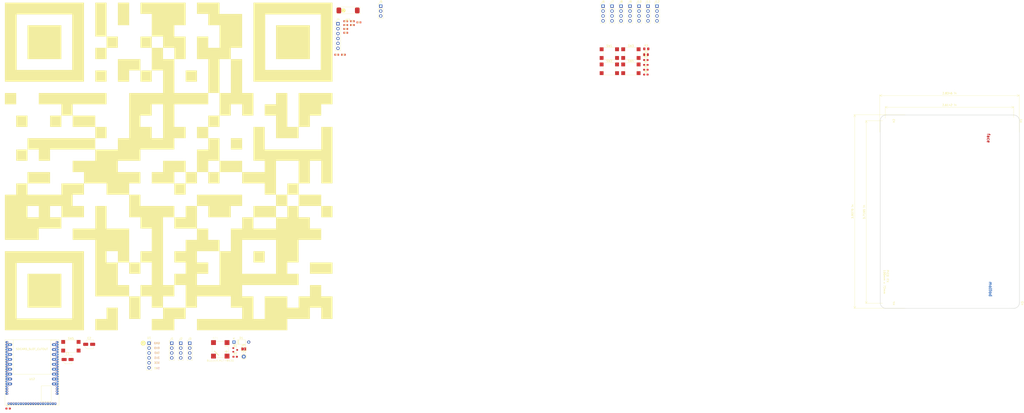
<source format=kicad_pcb>
(kicad_pcb (version 20171130) (host pcbnew 5.1.5-52549c5~86~ubuntu18.04.1)

  (general
    (thickness 1.6)
    (drawings 15)
    (tracks 0)
    (zones 0)
    (modules 49)
    (nets 31)
  )

  (page A4)
  (layers
    (0 F.Cu signal)
    (31 B.Cu signal)
    (32 B.Adhes user)
    (33 F.Adhes user)
    (34 B.Paste user)
    (35 F.Paste user)
    (36 B.SilkS user)
    (37 F.SilkS user)
    (38 B.Mask user)
    (39 F.Mask user)
    (40 Dwgs.User user)
    (41 Cmts.User user)
    (42 Eco1.User user)
    (43 Eco2.User user)
    (44 Edge.Cuts user)
    (45 Margin user)
    (46 B.CrtYd user)
    (47 F.CrtYd user)
    (48 B.Fab user)
    (49 F.Fab user)
  )

  (setup
    (last_trace_width 0.25)
    (trace_clearance 0.2)
    (zone_clearance 0.508)
    (zone_45_only no)
    (trace_min 0.2)
    (via_size 0.8)
    (via_drill 0.4)
    (via_min_size 0.4)
    (via_min_drill 0.3)
    (uvia_size 0.3)
    (uvia_drill 0.1)
    (uvias_allowed no)
    (uvia_min_size 0.2)
    (uvia_min_drill 0.1)
    (edge_width 0.05)
    (segment_width 0.2)
    (pcb_text_width 0.3)
    (pcb_text_size 1.5 1.5)
    (mod_edge_width 0.12)
    (mod_text_size 1 1)
    (mod_text_width 0.15)
    (pad_size 2.7 2.7)
    (pad_drill 2.7)
    (pad_to_mask_clearance 0.051)
    (solder_mask_min_width 0.25)
    (aux_axis_origin 0 0)
    (visible_elements FFFFFF7F)
    (pcbplotparams
      (layerselection 0x010fc_ffffffff)
      (usegerberextensions false)
      (usegerberattributes false)
      (usegerberadvancedattributes false)
      (creategerberjobfile false)
      (excludeedgelayer true)
      (linewidth 0.100000)
      (plotframeref false)
      (viasonmask false)
      (mode 1)
      (useauxorigin false)
      (hpglpennumber 1)
      (hpglpenspeed 20)
      (hpglpendiameter 15.000000)
      (psnegative false)
      (psa4output false)
      (plotreference true)
      (plotvalue true)
      (plotinvisibletext false)
      (padsonsilk false)
      (subtractmaskfromsilk false)
      (outputformat 1)
      (mirror false)
      (drillshape 1)
      (scaleselection 1)
      (outputdirectory ""))
  )

  (net 0 "")
  (net 1 "Net-(AE1-Pad1)")
  (net 2 "Net-(BZ1-PadN)")
  (net 3 +5V)
  (net 4 GND)
  (net 5 "Net-(D2-Pad1)")
  (net 6 /PI_TTL_RXD)
  (net 7 /PI_TTL_TXD)
  (net 8 /PA2)
  (net 9 /PA3)
  (net 10 /PE8)
  (net 11 /PE7)
  (net 12 /SDC1_D2)
  (net 13 /SDC1_D3)
  (net 14 /SDC1_CMD)
  (net 15 /SDC1_D0)
  (net 16 /SDC1_D1)
  (net 17 /PE3)
  (net 18 /PE2)
  (net 19 /PE4)
  (net 20 /PE9)
  (net 21 +3V3)
  (net 22 "Net-(JP1-Pad2)")
  (net 23 "Net-(Q1-Pad1)")
  (net 24 "Net-(R3-Pad1)")
  (net 25 "Net-(R4-Pad1)")
  (net 26 "Net-(R5-Pad1)")
  (net 27 "Net-(R6-Pad1)")
  (net 28 "Net-(R7-Pad1)")
  (net 29 /gpio/FEL)
  (net 30 "Net-(U1-Pad2)")

  (net_class Default "This is the default net class."
    (clearance 0.2)
    (trace_width 0.25)
    (via_dia 0.8)
    (via_drill 0.4)
    (uvia_dia 0.3)
    (uvia_drill 0.1)
    (add_net +3V3)
    (add_net +5V)
    (add_net /I2C0-SCK)
    (add_net /I2C0-SDA)
    (add_net /PA0)
    (add_net /PA1)
    (add_net /PA2)
    (add_net /PA3)
    (add_net /PE0)
    (add_net /PE1)
    (add_net /PE10)
    (add_net /PE2)
    (add_net /PE3)
    (add_net /PE4)
    (add_net /PE5)
    (add_net /PE6)
    (add_net /PE7)
    (add_net /PE8)
    (add_net /PE9)
    (add_net /PI_TTL_RXD)
    (add_net /PI_TTL_TXD)
    (add_net /SDC1_CLK)
    (add_net /SDC1_CMD)
    (add_net /SDC1_D0)
    (add_net /SDC1_D1)
    (add_net /SDC1_D2)
    (add_net /SDC1_D3)
    (add_net /USB_DM)
    (add_net /USB_DP)
    (add_net /gpio/FEL)
    (add_net GND)
    (add_net "Net-(AE1-Pad1)")
    (add_net "Net-(BZ1-PadN)")
    (add_net "Net-(D2-Pad1)")
    (add_net "Net-(J5-Pad1)")
    (add_net "Net-(J5-Pad2)")
    (add_net "Net-(J5-Pad3)")
    (add_net "Net-(JP1-Pad2)")
    (add_net "Net-(Q1-Pad1)")
    (add_net "Net-(R3-Pad1)")
    (add_net "Net-(R4-Pad1)")
    (add_net "Net-(R5-Pad1)")
    (add_net "Net-(R6-Pad1)")
    (add_net "Net-(R7-Pad1)")
    (add_net "Net-(U1-Pad2)")
    (add_net "Net-(U10-Pad2)")
    (add_net "Net-(U11-Pad2)")
    (add_net "Net-(U7-Pad1)")
    (add_net "Net-(U8-Pad1)")
  )

  (module footprint-lib:licheepi_nano (layer F.Cu) (tedit 5E8B4A5D) (tstamp 5EA4FC86)
    (at -423.44 144.98)
    (path /5E87A116/5E87B06D)
    (fp_text reference U12 (at 0 7.62 180) (layer F.SilkS)
      (effects (font (size 1 1) (thickness 0.15)))
    )
    (fp_text value LICHEEPI_NANO (at 0 10.16 180) (layer F.Fab)
      (effects (font (size 1 1) (thickness 0.15)))
    )
    (fp_line (start 9.906 11.176) (end 4.826 11.176) (layer F.SilkS) (width 0.12))
    (fp_line (start 9.906 19.304) (end 9.906 11.176) (layer F.SilkS) (width 0.12))
    (fp_line (start 4.826 19.304) (end 9.906 19.304) (layer F.SilkS) (width 0.12))
    (fp_line (start 4.826 11.176) (end 4.826 19.304) (layer F.SilkS) (width 0.12))
    (fp_text user SDCARD_SLOT_CUTOUT (at 0 -7.874) (layer F.SilkS)
      (effects (font (size 1 1) (thickness 0.15)))
    )
    (fp_line (start 12.7 -12.446) (end 9.7 -12.446) (layer F.SilkS) (width 0.12))
    (fp_line (start -12.652 -11) (end -9.652 -11) (layer F.SilkS) (width 0.12))
    (fp_line (start 9.7 5.08) (end 9.7 -12.7) (layer F.SilkS) (width 0.12))
    (fp_line (start -9.652 5.08) (end 9.7 5.08) (layer F.SilkS) (width 0.12))
    (fp_line (start -9.652 -12.7) (end -9.652 5.08) (layer F.SilkS) (width 0.12))
    (fp_line (start -13.97 21.07) (end 13.97 21.07) (layer F.SilkS) (width 0.12))
    (fp_line (start 13.97 -12.7) (end -13.97 -12.7) (layer F.SilkS) (width 0.12))
    (fp_line (start 13.97 21.07) (end 13.97 -12.7) (layer F.SilkS) (width 0.12))
    (fp_line (start -13.97 -12.7) (end -13.97 21.07) (layer F.SilkS) (width 0.12))
    (pad 123 thru_hole oval (at 12.7 15.24) (size 1.5 1) (drill 0.5 (offset 0.3 0)) (layers *.Cu *.Mask))
    (pad 124 thru_hole oval (at 12.7 13.97) (size 1.5 1) (drill 0.5 (offset 0.3 0)) (layers *.Cu *.Mask))
    (pad 122 thru_hole oval (at -12.7 15.24) (size 1.5 1) (drill 0.5 (offset -0.3 0)) (layers *.Cu *.Mask))
    (pad 121 thru_hole oval (at -12.7 13.97) (size 1.5 1) (drill 0.5 (offset -0.3 0)) (layers *.Cu *.Mask))
    (pad 160 thru_hole oval (at 12.065 20.05) (size 1 1.5) (drill 0.5 (offset 0 0.3)) (layers *.Cu *.Mask))
    (pad 159 thru_hole oval (at 10.795 20.05) (size 1 1.5) (drill 0.5 (offset 0 0.3)) (layers *.Cu *.Mask))
    (pad 158 thru_hole oval (at 9.525 20.05) (size 1 1.5) (drill 0.5 (offset 0 0.3)) (layers *.Cu *.Mask))
    (pad 157 thru_hole oval (at 8.255 20.05) (size 1 1.5) (drill 0.5 (offset 0 0.3)) (layers *.Cu *.Mask))
    (pad 156 thru_hole oval (at 6.985 20.05) (size 1 1.5) (drill 0.5 (offset 0 0.3)) (layers *.Cu *.Mask))
    (pad 155 thru_hole oval (at 5.715 20.05) (size 1 1.5) (drill 0.5 (offset 0 0.3)) (layers *.Cu *.Mask))
    (pad 154 thru_hole oval (at 4.445 20.05) (size 1 1.5) (drill 0.5 (offset 0 0.3)) (layers *.Cu *.Mask))
    (pad 153 thru_hole oval (at 3.175 20.05) (size 1 1.5) (drill 0.5 (offset 0 0.3)) (layers *.Cu *.Mask))
    (pad 152 thru_hole oval (at 1.905 20.05) (size 1 1.5) (drill 0.5 (offset 0 0.3)) (layers *.Cu *.Mask))
    (pad 151 thru_hole oval (at 0.635 20.05) (size 1 1.5) (drill 0.5 (offset 0 0.3)) (layers *.Cu *.Mask))
    (pad 150 thru_hole oval (at -0.635 20.05) (size 1 1.5) (drill 0.5 (offset 0 0.3)) (layers *.Cu *.Mask))
    (pad 149 thru_hole oval (at -1.905 20.05) (size 1 1.5) (drill 0.5 (offset 0 0.3)) (layers *.Cu *.Mask))
    (pad 148 thru_hole oval (at -3.175 20.05) (size 1 1.5) (drill 0.5 (offset 0 0.3)) (layers *.Cu *.Mask))
    (pad 147 thru_hole oval (at -4.445 20.05) (size 1 1.5) (drill 0.5 (offset 0 0.3)) (layers *.Cu *.Mask))
    (pad 146 thru_hole oval (at -5.715 20.05) (size 1 1.5) (drill 0.5 (offset 0 0.3)) (layers *.Cu *.Mask))
    (pad 145 thru_hole oval (at -6.985 20.05) (size 1 1.5) (drill 0.5 (offset 0 0.3)) (layers *.Cu *.Mask))
    (pad 144 thru_hole oval (at -8.255 20.05) (size 1 1.5) (drill 0.5 (offset 0 0.3)) (layers *.Cu *.Mask))
    (pad 143 thru_hole oval (at -9.525 20.05) (size 1 1.5) (drill 0.5 (offset 0 0.3)) (layers *.Cu *.Mask))
    (pad 142 thru_hole oval (at -10.795 20.05) (size 1 1.5) (drill 0.5 (offset 0 0.3)) (layers *.Cu *.Mask))
    (pad 141 thru_hole oval (at -12.065 20.05) (size 1 1.5) (drill 0.5 (offset 0 0.3)) (layers *.Cu *.Mask))
    (pad 125 thru_hole oval (at 12.7 12.7) (size 1.5 1) (drill 0.5 (offset 0.3 0)) (layers *.Cu *.Mask))
    (pad 120 thru_hole oval (at -12.7 12.7) (size 1.5 1) (drill 0.5 (offset -0.3 0)) (layers *.Cu *.Mask))
    (pad 126 thru_hole oval (at 12.7 11.43) (size 1.5 1) (drill 0.5 (offset 0.3 0)) (layers *.Cu *.Mask))
    (pad 118 thru_hole oval (at -12.7 10.16) (size 1.5 1) (drill 0.5 (offset -0.3 0)) (layers *.Cu *.Mask))
    (pad 119 thru_hole oval (at -12.7 11.43) (size 1.5 1) (drill 0.5 (offset -0.3 0)) (layers *.Cu *.Mask))
    (pad 115 thru_hole oval (at -12.7 6.35) (size 1.5 1) (drill 0.5 (offset -0.3 0)) (layers *.Cu *.Mask))
    (pad 116 thru_hole oval (at -12.7 7.62) (size 1.5 1) (drill 0.5 (offset -0.3 0)) (layers *.Cu *.Mask))
    (pad 131 thru_hole oval (at 12.7 5.08) (size 1.5 1) (drill 0.5 (offset 0.3 0)) (layers *.Cu *.Mask))
    (pad 114 thru_hole oval (at -12.7 5.08) (size 1.5 1) (drill 0.5 (offset -0.3 0)) (layers *.Cu *.Mask))
    (pad 117 thru_hole oval (at -12.7 8.89) (size 1.5 1) (drill 0.5 (offset -0.3 0)) (layers *.Cu *.Mask))
    (pad 130 thru_hole oval (at 12.7 6.35) (size 1.5 1) (drill 0.5 (offset 0.3 0)) (layers *.Cu *.Mask))
    (pad 129 thru_hole oval (at 12.7 7.62) (size 1.5 1) (drill 0.5 (offset 0.3 0)) (layers *.Cu *.Mask))
    (pad 127 thru_hole oval (at 12.7 10.16) (size 1.5 1) (drill 0.5 (offset 0.3 0)) (layers *.Cu *.Mask))
    (pad 128 thru_hole oval (at 12.7 8.89) (size 1.5 1) (drill 0.5 (offset 0.3 0)) (layers *.Cu *.Mask))
    (pad 132 thru_hole oval (at 12.7 3.81) (size 1.5 1) (drill 0.5 (offset 0.3 0)) (layers *.Cu *.Mask))
    (pad 112 thru_hole oval (at -12.7 2.54) (size 1.5 1) (drill 0.5 (offset -0.3 0)) (layers *.Cu *.Mask))
    (pad 113 thru_hole oval (at -12.7 3.81) (size 1.5 1) (drill 0.5 (offset -0.3 0)) (layers *.Cu *.Mask))
    (pad 109 thru_hole oval (at -12.7 -1.27) (size 1.5 1) (drill 0.5 (offset -0.3 0)) (layers *.Cu *.Mask))
    (pad 110 thru_hole oval (at -12.7 0) (size 1.5 1) (drill 0.5 (offset -0.3 0)) (layers *.Cu *.Mask))
    (pad 137 thru_hole oval (at 12.7 -2.54) (size 1.5 1) (drill 0.5 (offset 0.3 0)) (layers *.Cu *.Mask))
    (pad 108 thru_hole oval (at -12.7 -2.54) (size 1.5 1) (drill 0.5 (offset -0.3 0)) (layers *.Cu *.Mask))
    (pad 111 thru_hole oval (at -12.7 1.27) (size 1.5 1) (drill 0.5 (offset -0.3 0)) (layers *.Cu *.Mask))
    (pad 136 thru_hole oval (at 12.7 -1.27) (size 1.5 1) (drill 0.5 (offset 0.3 0)) (layers *.Cu *.Mask))
    (pad 135 thru_hole oval (at 12.7 0) (size 1.5 1) (drill 0.5 (offset 0.3 0)) (layers *.Cu *.Mask))
    (pad 133 thru_hole oval (at 12.7 2.54) (size 1.5 1) (drill 0.5 (offset 0.3 0)) (layers *.Cu *.Mask))
    (pad 134 thru_hole oval (at 12.7 1.27) (size 1.5 1) (drill 0.5 (offset 0.3 0)) (layers *.Cu *.Mask))
    (pad 107 thru_hole oval (at -12.7 -3.81) (size 1.5 1) (drill 0.5 (offset -0.3 0)) (layers *.Cu *.Mask))
    (pad 139 thru_hole oval (at 12.7 -5.08) (size 1.5 1) (drill 0.5 (offset 0.3 0)) (layers *.Cu *.Mask))
    (pad 106 thru_hole oval (at -12.7 -5.08) (size 1.5 1) (drill 0.5 (offset -0.3 0)) (layers *.Cu *.Mask))
    (pad 138 thru_hole oval (at 12.7 -3.81) (size 1.5 1) (drill 0.5 (offset 0.3 0)) (layers *.Cu *.Mask))
    (pad 105 thru_hole oval (at -12.7 -6.35) (size 1.5 1) (drill 0.5 (offset -0.3 0)) (layers *.Cu *.Mask))
    (pad 141 thru_hole oval (at 12.7 -7.62) (size 1.5 1) (drill 0.5 (offset 0.3 0)) (layers *.Cu *.Mask))
    (pad 104 thru_hole oval (at -12.7 -7.62) (size 1.5 1) (drill 0.5 (offset -0.3 0)) (layers *.Cu *.Mask))
    (pad 140 thru_hole oval (at 12.7 -6.35) (size 1.5 1) (drill 0.5 (offset 0.3 0)) (layers *.Cu *.Mask))
    (pad 142 thru_hole oval (at 12.7 -8.89) (size 1.5 1) (drill 0.5 (offset 0.3 0)) (layers *.Cu *.Mask))
    (pad 143 thru_hole oval (at 12.7 -10.16) (size 1.5 1) (drill 0.5 (offset 0.3 0)) (layers *.Cu *.Mask))
    (pad 102 thru_hole oval (at -12.7 -10.16) (size 1.5 1) (drill 0.5 (offset -0.3 0)) (layers *.Cu *.Mask))
    (pad 103 thru_hole oval (at -12.7 -8.89) (size 1.5 1) (drill 0.5 (offset -0.3 0)) (layers *.Cu *.Mask))
    (pad 144 thru_hole oval (at 12.7 -11.43) (size 1.5 1) (drill 0.5 (offset 0.3 0)) (layers *.Cu *.Mask))
    (pad 101 thru_hole oval (at -12.7 -11.43) (size 1.5 1) (drill 0.5 (offset -0.3 0)) (layers *.Cu *.Mask))
    (pad 143 thru_hole oval (at 11.43 -10.16 90) (size 1.4 2.3) (drill 0.762) (layers *.Cu *.Mask))
    (pad 141 thru_hole oval (at 11.43 -7.62 90) (size 1.4 2.3) (drill 0.762) (layers *.Cu *.Mask))
    (pad 139 thru_hole oval (at 11.43 -5.08 90) (size 1.4 2.3) (drill 0.762) (layers *.Cu *.Mask))
    (pad 137 thru_hole oval (at 11.43 -2.54 90) (size 1.4 2.3) (drill 0.762) (layers *.Cu *.Mask))
    (pad 135 thru_hole oval (at 11.43 0 90) (size 1.4 2.3) (drill 0.762) (layers *.Cu *.Mask))
    (pad 133 thru_hole oval (at 11.43 2.54 90) (size 1.4 2.3) (drill 0.762) (layers *.Cu *.Mask))
    (pad 131 thru_hole oval (at 11.43 5.08 90) (size 1.4 2.3) (drill 0.762) (layers *.Cu *.Mask))
    (pad 129 thru_hole oval (at 11.43 7.62 90) (size 1.4 2.3) (drill 0.762) (layers *.Cu *.Mask))
    (pad 127 thru_hole oval (at 11.43 10.16 90) (size 1.4 2.3) (drill 0.762) (layers *.Cu *.Mask))
    (pad 118 thru_hole oval (at -11.43 10.16 90) (size 1.4 2.3) (drill 0.762) (layers *.Cu *.Mask))
    (pad 116 thru_hole oval (at -11.43 7.62 90) (size 1.4 2.3) (drill 0.762) (layers *.Cu *.Mask))
    (pad 114 thru_hole oval (at -11.43 5.08 90) (size 1.4 2.3) (drill 0.762) (layers *.Cu *.Mask))
    (pad 112 thru_hole oval (at -11.43 2.54 90) (size 1.4 2.3) (drill 0.762) (layers *.Cu *.Mask))
    (pad 110 thru_hole oval (at -11.43 0 90) (size 1.4 2.3) (drill 0.762) (layers *.Cu *.Mask))
    (pad 108 thru_hole oval (at -11.43 -2.54 90) (size 1.4 2.3) (drill 0.762) (layers *.Cu *.Mask))
    (pad 106 thru_hole oval (at -11.43 -5.08 90) (size 1.4 2.3) (drill 0.762) (layers *.Cu *.Mask))
    (pad 104 thru_hole oval (at -11.43 -7.62 90) (size 1.4 2.3) (drill 0.762) (layers *.Cu *.Mask))
    (pad 102 thru_hole oval (at -11.43 -10.16 90) (size 1.4 2.3) (drill 0.762) (layers *.Cu *.Mask))
  )

  (module w_smd_resistors:r_0603 (layer F.Cu) (tedit 0) (tstamp 5EA4FC22)
    (at -261.198581 -32.449621)
    (descr "SMT resistor, 0603")
    (path /5E8B2717/5E5944D4)
    (fp_text reference U11 (at 0 -0.6096) (layer F.SilkS)
      (effects (font (size 0.20066 0.20066) (thickness 0.04064)))
    )
    (fp_text value "10KΩ,(1002),±1%,0603,C25804" (at 0 0.6096) (layer F.SilkS) hide
      (effects (font (size 0.20066 0.20066) (thickness 0.04064)))
    )
    (fp_line (start -0.8128 0.4064) (end -0.8128 -0.4064) (layer F.SilkS) (width 0.127))
    (fp_line (start 0.8128 0.4064) (end -0.8128 0.4064) (layer F.SilkS) (width 0.127))
    (fp_line (start 0.8128 -0.4064) (end 0.8128 0.4064) (layer F.SilkS) (width 0.127))
    (fp_line (start -0.8128 -0.4064) (end 0.8128 -0.4064) (layer F.SilkS) (width 0.127))
    (fp_line (start -0.5588 -0.381) (end -0.5588 0.4064) (layer F.SilkS) (width 0.127))
    (fp_line (start 0.5588 0.4064) (end 0.5588 -0.4064) (layer F.SilkS) (width 0.127))
    (pad 2 smd rect (at -0.75184 0) (size 0.89916 1.00076) (layers F.Cu F.Paste F.Mask))
    (pad 1 smd rect (at 0.75184 0) (size 0.89916 1.00076) (layers F.Cu F.Paste F.Mask)
      (net 21 +3V3))
    (model ${HOME}/_workspace/kicad/kicad_library/smisioto-footprints/modules/packages3d/walter/smd_resistors/r_0603.wrl
      (at (xyz 0 0 0))
      (scale (xyz 1 1 1))
      (rotate (xyz 0 0 0))
    )
  )

  (module w_smd_resistors:r_0603 (layer F.Cu) (tedit 0) (tstamp 5EA4FC16)
    (at -265.848581 -15.099621)
    (descr "SMT resistor, 0603")
    (path /5E8B2717/5E5B14A7)
    (fp_text reference U10 (at 0 -0.6096) (layer F.SilkS)
      (effects (font (size 0.20066 0.20066) (thickness 0.04064)))
    )
    (fp_text value "100KΩ,(1003),±1%,0603,C25803" (at 0 0.6096) (layer F.SilkS) hide
      (effects (font (size 0.20066 0.20066) (thickness 0.04064)))
    )
    (fp_line (start -0.8128 0.4064) (end -0.8128 -0.4064) (layer F.SilkS) (width 0.127))
    (fp_line (start 0.8128 0.4064) (end -0.8128 0.4064) (layer F.SilkS) (width 0.127))
    (fp_line (start 0.8128 -0.4064) (end 0.8128 0.4064) (layer F.SilkS) (width 0.127))
    (fp_line (start -0.8128 -0.4064) (end 0.8128 -0.4064) (layer F.SilkS) (width 0.127))
    (fp_line (start -0.5588 -0.381) (end -0.5588 0.4064) (layer F.SilkS) (width 0.127))
    (fp_line (start 0.5588 0.4064) (end 0.5588 -0.4064) (layer F.SilkS) (width 0.127))
    (pad 2 smd rect (at -0.75184 0) (size 0.89916 1.00076) (layers F.Cu F.Paste F.Mask))
    (pad 1 smd rect (at 0.75184 0) (size 0.89916 1.00076) (layers F.Cu F.Paste F.Mask)
      (net 21 +3V3))
    (model ${HOME}/_workspace/kicad/kicad_library/smisioto-footprints/modules/packages3d/walter/smd_resistors/r_0603.wrl
      (at (xyz 0 0 0))
      (scale (xyz 1 1 1))
      (rotate (xyz 0 0 0))
    )
  )

  (module footprint-lib:aboutme_louislabs_com (layer F.Cu) (tedit 0) (tstamp 5EA4FC0A)
    (at -352.798334 42.621666)
    (path /5E8B2717/5E58D194)
    (fp_text reference U9 (at 0 0) (layer F.SilkS) hide
      (effects (font (size 1.524 1.524) (thickness 0.3)))
    )
    (fp_text value RTL8723BS (at 0.75 0) (layer F.SilkS) hide
      (effects (font (size 1.524 1.524) (thickness 0.3)))
    )
    (fp_poly (pts (xy 73.067334 -55.456666) (xy 55.541334 -55.456666) (xy 55.541334 -72.982666) (xy 73.067334 -72.982666)
      (xy 73.067334 -55.456666)) (layer F.SilkS) (width 0.01))
    (fp_poly (pts (xy -55.456666 -55.456666) (xy -72.982666 -55.456666) (xy -72.982666 -72.982666) (xy -55.456666 -72.982666)
      (xy -55.456666 -55.456666)) (layer F.SilkS) (width 0.01))
    (fp_poly (pts (xy 49.699334 49.699334) (xy 43.857334 49.699334) (xy 43.857334 43.857334) (xy 49.699334 43.857334)
      (xy 49.699334 49.699334)) (layer F.SilkS) (width 0.01))
    (fp_poly (pts (xy 26.331334 8.805334) (xy 20.489334 8.805334) (xy 20.489334 2.963334) (xy 26.331334 2.963334)
      (xy 26.331334 8.805334)) (layer F.SilkS) (width 0.01))
    (fp_poly (pts (xy 8.805334 14.647334) (xy 2.963334 14.647334) (xy 2.963334 8.805334) (xy 8.805334 8.805334)
      (xy 8.805334 14.647334)) (layer F.SilkS) (width 0.01))
    (fp_poly (pts (xy -8.720666 8.805334) (xy -8.720666 2.963334) (xy -2.878666 2.963334) (xy -2.878666 -2.878666)
      (xy 8.805334 -2.878666) (xy 8.805334 2.963334) (xy 2.963334 2.963334) (xy 2.963334 8.805334)
      (xy -8.720666 8.805334)) (layer F.SilkS) (width 0.01))
    (fp_poly (pts (xy 8.805334 2.963334) (xy 14.647334 2.963334) (xy 14.647334 8.805334) (xy 8.805334 8.805334)
      (xy 8.805334 2.963334)) (layer F.SilkS) (width 0.01))
    (fp_poly (pts (xy 55.541334 14.647334) (xy 61.383334 14.647334) (xy 61.383334 20.489334) (xy 55.541334 20.489334)
      (xy 55.541334 14.647334)) (layer F.SilkS) (width 0.01))
    (fp_poly (pts (xy 55.541334 26.331334) (xy 43.857334 26.331334) (xy 43.857334 20.489334) (xy 55.541334 20.489334)
      (xy 55.541334 26.331334)) (layer F.SilkS) (width 0.01))
    (fp_poly (pts (xy 14.647334 14.647334) (xy 38.015334 14.647334) (xy 38.015334 20.489334) (xy 32.173334 20.489334)
      (xy 32.173334 26.331334) (xy 20.489334 26.331334) (xy 20.489334 20.489334) (xy 14.647334 20.489334)
      (xy 14.647334 14.647334)) (layer F.SilkS) (width 0.01))
    (fp_poly (pts (xy 14.647334 32.173334) (xy 2.963334 32.173334) (xy 2.963334 26.331334) (xy 8.805334 26.331334)
      (xy 8.805334 20.489334) (xy 14.647334 20.489334) (xy 14.647334 32.173334)) (layer F.SilkS) (width 0.01))
    (fp_poly (pts (xy -55.456666 73.067334) (xy -72.982666 73.067334) (xy -72.982666 55.541334) (xy -55.456666 55.541334)
      (xy -55.456666 73.067334)) (layer F.SilkS) (width 0.01))
    (fp_poly (pts (xy -20.404666 -72.982666) (xy -26.246666 -72.982666) (xy -26.246666 -84.666666) (xy -20.404666 -84.666666)
      (xy -20.404666 -72.982666)) (layer F.SilkS) (width 0.01))
    (fp_poly (pts (xy -32.088666 -67.140666) (xy -26.246666 -67.140666) (xy -26.246666 -61.298666) (xy -32.088666 -61.298666)
      (xy -32.088666 -67.140666)) (layer F.SilkS) (width 0.01))
    (fp_poly (pts (xy -37.930666 -67.140666) (xy -37.930666 -84.666666) (xy -32.088666 -84.666666) (xy -32.088666 -67.140666)
      (xy -37.930666 -67.140666)) (layer F.SilkS) (width 0.01))
    (fp_poly (pts (xy -32.088666 -55.456666) (xy -37.930666 -55.456666) (xy -37.930666 -61.298666) (xy -32.088666 -61.298666)
      (xy -32.088666 -55.456666)) (layer F.SilkS) (width 0.01))
    (fp_poly (pts (xy 84.751334 -43.772666) (xy 43.857334 -43.772666) (xy 43.857334 -78.570666) (xy 49.953334 -78.570666)
      (xy 49.953334 -49.868666) (xy 78.655334 -49.868666) (xy 78.655334 -78.570666) (xy 49.953334 -78.570666)
      (xy 43.857334 -78.570666) (xy 43.857334 -84.666666) (xy 84.751334 -84.666666) (xy 84.751334 -43.772666)) (layer F.SilkS) (width 0.01))
    (fp_poly (pts (xy 14.647334 -43.772666) (xy 8.805334 -43.772666) (xy 8.805334 -49.614666) (xy 14.647334 -49.614666)
      (xy 14.647334 -43.772666)) (layer F.SilkS) (width 0.01))
    (fp_poly (pts (xy -32.088666 -43.772666) (xy -37.930666 -43.772666) (xy -37.930666 -49.614666) (xy -32.088666 -49.614666)
      (xy -32.088666 -43.772666)) (layer F.SilkS) (width 0.01))
    (fp_poly (pts (xy -43.772666 -43.772666) (xy -84.666666 -43.772666) (xy -84.666666 -78.570666) (xy -78.570666 -78.570666)
      (xy -78.570666 -49.868666) (xy -49.868666 -49.868666) (xy -49.868666 -78.570666) (xy -78.570666 -78.570666)
      (xy -84.666666 -78.570666) (xy -84.666666 -84.666666) (xy -43.772666 -84.666666) (xy -43.772666 -43.772666)) (layer F.SilkS) (width 0.01))
    (fp_poly (pts (xy -78.824666 -32.088666) (xy -84.666666 -32.088666) (xy -84.666666 -37.930666) (xy -78.824666 -37.930666)
      (xy -78.824666 -32.088666)) (layer F.SilkS) (width 0.01))
    (fp_poly (pts (xy -72.982666 -20.404666) (xy -78.824666 -20.404666) (xy -78.824666 -26.246666) (xy -72.982666 -26.246666)
      (xy -72.982666 -20.404666)) (layer F.SilkS) (width 0.01))
    (fp_poly (pts (xy 67.225334 -14.562666) (xy 55.541334 -14.562666) (xy 55.541334 -26.246666) (xy 49.699334 -26.246666)
      (xy 49.699334 -32.088666) (xy 55.541334 -32.088666) (xy 55.541334 -37.930666) (xy 61.383334 -37.930666)
      (xy 61.383334 -20.404666) (xy 67.225334 -20.404666) (xy 67.225334 -14.562666)) (layer F.SilkS) (width 0.01))
    (fp_poly (pts (xy 67.225334 -37.930666) (xy 84.751334 -37.930666) (xy 84.751334 -32.088666) (xy 78.909334 -32.088666)
      (xy 78.909334 -26.246666) (xy 73.067334 -26.246666) (xy 73.067334 -20.404666) (xy 67.225334 -20.404666)
      (xy 67.225334 -37.930666)) (layer F.SilkS) (width 0.01))
    (fp_poly (pts (xy 38.015334 -8.720666) (xy 32.173334 -8.720666) (xy 32.173334 -14.562666) (xy 38.015334 -14.562666)
      (xy 38.015334 -8.720666)) (layer F.SilkS) (width 0.01))
    (fp_poly (pts (xy 84.751334 55.541334) (xy 73.067334 55.541334) (xy 73.067334 49.699334) (xy 84.751334 49.699334)
      (xy 84.751334 55.541334)) (layer F.SilkS) (width 0.01))
    (fp_poly (pts (xy 32.173334 43.857334) (xy 32.173334 38.015334) (xy 38.015334 38.015334) (xy 38.015334 55.541334)
      (xy 55.541334 55.541334) (xy 55.541334 38.015334) (xy 38.015334 38.015334) (xy 32.173334 38.015334)
      (xy 32.173334 32.173334) (xy 38.015334 32.173334) (xy 38.015334 26.331334) (xy 43.857334 26.331334)
      (xy 43.857334 32.173334) (xy 55.541334 32.173334) (xy 55.541334 26.331334) (xy 61.383334 26.331334)
      (xy 61.383334 20.489334) (xy 67.225334 20.489334) (xy 67.225334 26.331334) (xy 73.067334 26.331334)
      (xy 73.067334 32.173334) (xy 78.909334 32.173334) (xy 78.909334 38.015334) (xy 67.225334 38.015334)
      (xy 67.225334 49.699334) (xy 61.383334 49.699334) (xy 61.383334 55.541334) (xy 67.225334 55.541334)
      (xy 67.225334 61.383334) (xy 38.015334 61.383334) (xy 38.015334 67.225334) (xy 43.857334 67.225334)
      (xy 43.857334 78.909334) (xy 49.699334 78.909334) (xy 49.699334 67.225334) (xy 61.383334 67.225334)
      (xy 61.383334 73.067334) (xy 67.225334 73.067334) (xy 67.225334 67.225334) (xy 73.067334 67.225334)
      (xy 73.067334 61.383334) (xy 78.909334 61.383334) (xy 78.909334 67.225334) (xy 84.751334 67.225334)
      (xy 84.751334 78.909334) (xy 78.909334 78.909334) (xy 78.909334 73.067334) (xy 73.067334 73.067334)
      (xy 73.067334 78.909334) (xy 61.383334 78.909334) (xy 61.383334 84.751334) (xy 14.647334 84.751334)
      (xy 14.647334 78.909334) (xy 38.015334 78.909334) (xy 38.015334 73.067334) (xy 32.173334 73.067334)
      (xy 32.173334 67.225334) (xy 14.647334 67.225334) (xy 14.647334 73.067334) (xy 8.805334 73.067334)
      (xy 8.805334 61.383334) (xy 2.963334 61.383334) (xy 2.963334 55.541334) (xy 8.805334 55.541334)
      (xy 8.805334 49.699334) (xy 2.963334 49.699334) (xy 2.963334 43.857334) (xy 8.805334 43.857334)
      (xy 14.647334 43.857334) (xy 14.647334 49.699334) (xy 20.489334 49.699334) (xy 20.489334 55.541334)
      (xy 14.647334 55.541334) (xy 14.647334 61.383334) (xy 26.331334 61.383334) (xy 26.331334 43.857334)
      (xy 14.647334 43.857334) (xy 8.805334 43.857334) (xy 8.805334 38.015334) (xy 14.647334 38.015334)
      (xy 14.647334 32.173334) (xy 20.489334 32.173334) (xy 20.489334 38.015334) (xy 26.331334 38.015334)
      (xy 26.331334 43.857334) (xy 32.173334 43.857334)) (layer F.SilkS) (width 0.01))
    (fp_poly (pts (xy 20.489334 -32.088666) (xy 2.963334 -32.088666) (xy 2.963334 -20.404666) (xy 8.805334 -20.404666)
      (xy 8.805334 -14.562666) (xy 2.963334 -14.562666) (xy 2.963334 -8.720666) (xy -14.562666 -8.720666)
      (xy -14.562666 -2.878666) (xy -26.246666 -2.878666) (xy -26.246666 2.963334) (xy -14.562666 2.963334)
      (xy -14.562666 8.805334) (xy -20.404666 8.805334) (xy -20.404666 14.647334) (xy -32.088666 14.647334)
      (xy -32.088666 8.805334) (xy -43.772666 8.805334) (xy -43.772666 2.963334) (xy -49.614666 2.963334)
      (xy -49.614666 -2.878666) (xy -37.930666 -2.878666) (xy -37.930666 -8.720666) (xy -26.246666 -8.720666)
      (xy -26.246666 -14.562666) (xy -20.404666 -14.562666) (xy -20.404666 -26.246666) (xy -14.562666 -26.246666)
      (xy -14.562666 -20.404666) (xy -8.720666 -20.404666) (xy -8.720666 -14.562666) (xy -2.878666 -14.562666)
      (xy -2.878666 -32.088666) (xy -8.720666 -32.088666) (xy -8.720666 -26.246666) (xy -14.562666 -26.246666)
      (xy -20.404666 -26.246666) (xy -20.404666 -37.930666) (xy -2.878666 -37.930666) (xy -2.878666 -49.614666)
      (xy -8.720666 -49.614666) (xy -8.720666 -55.456666) (xy -2.878666 -55.456666) (xy 2.963334 -55.456666)
      (xy 2.963334 -61.298666) (xy -2.878666 -61.298666) (xy -2.878666 -55.456666) (xy -8.720666 -55.456666)
      (xy -8.720666 -61.298666) (xy -14.562666 -61.298666) (xy -14.562666 -67.140666) (xy -8.720666 -67.140666)
      (xy -8.720666 -61.298666) (xy -2.878666 -61.298666) (xy -2.878666 -67.140666) (xy -8.720666 -67.140666)
      (xy -8.720666 -78.824666) (xy -14.562666 -78.824666) (xy -14.562666 -84.666666) (xy 8.805334 -84.666666)
      (xy 8.805334 -72.982666) (xy 2.963334 -72.982666) (xy 2.963334 -67.140666) (xy 8.805334 -67.140666)
      (xy 8.805334 -55.456666) (xy 2.963334 -55.456666) (xy 2.963334 -37.930666) (xy 20.489334 -37.930666)
      (xy 20.489334 -32.088666)) (layer F.SilkS) (width 0.01))
    (fp_poly (pts (xy 49.699334 2.963334) (xy 49.699334 -2.878666) (xy 43.857334 -2.878666) (xy 43.857334 -20.404666)
      (xy 49.699334 -20.404666) (xy 49.699334 -8.720666) (xy 78.909334 -8.720666) (xy 78.909334 -20.404666)
      (xy 84.751334 -20.404666) (xy 84.751334 8.805334) (xy 78.909334 8.805334) (xy 78.909334 -2.878666)
      (xy 73.067334 -2.878666) (xy 73.067334 8.805334) (xy 67.225334 8.805334) (xy 67.225334 -2.878666)
      (xy 55.541334 -2.878666) (xy 55.541334 14.647334) (xy 49.699334 14.647334) (xy 49.699334 8.805334)
      (xy 38.015334 8.805334) (xy 38.015334 2.963334) (xy 49.699334 2.963334)) (layer F.SilkS) (width 0.01))
    (fp_poly (pts (xy 67.225334 14.647334) (xy 61.383334 14.647334) (xy 61.383334 8.805334) (xy 67.225334 8.805334)
      (xy 67.225334 14.647334)) (layer F.SilkS) (width 0.01))
    (fp_poly (pts (xy 78.909334 14.647334) (xy 78.909334 20.489334) (xy 67.225334 20.489334) (xy 67.225334 14.647334)
      (xy 78.909334 14.647334)) (layer F.SilkS) (width 0.01))
    (fp_poly (pts (xy 8.805334 78.909334) (xy 2.963334 78.909334) (xy 2.963334 84.751334) (xy -8.720666 84.751334)
      (xy -8.720666 78.909334) (xy -2.878666 78.909334) (xy -2.878666 73.067334) (xy 8.805334 73.067334)
      (xy 8.805334 78.909334)) (layer F.SilkS) (width 0.01))
    (fp_poly (pts (xy -8.720666 73.067334) (xy -8.720666 67.225334) (xy -14.562666 67.225334) (xy -14.562666 78.909334)
      (xy -20.404666 78.909334) (xy -20.404666 67.225334) (xy -37.930666 67.225334) (xy -37.930666 61.383334)
      (xy -26.246666 61.383334) (xy -20.404666 61.383334) (xy -20.404666 67.225334) (xy -14.562666 67.225334)
      (xy -14.562666 61.383334) (xy -8.720666 61.383334) (xy -8.720666 49.699334) (xy -14.562666 49.699334)
      (xy -14.562666 55.541334) (xy -20.404666 55.541334) (xy -20.404666 49.699334) (xy -26.246666 49.699334)
      (xy -26.246666 61.383334) (xy -37.930666 61.383334) (xy -37.930666 43.857334) (xy -32.088666 43.857334)
      (xy -32.088666 49.699334) (xy -26.246666 49.699334) (xy -26.246666 43.857334) (xy -32.088666 43.857334)
      (xy -37.930666 43.857334) (xy -37.930666 38.015334) (xy -49.614666 38.015334) (xy -49.614666 32.173334)
      (xy -37.930666 32.173334) (xy -37.930666 20.489334) (xy -32.088666 20.489334) (xy -32.088666 32.173334)
      (xy -20.404666 32.173334) (xy -20.404666 49.699334) (xy -14.562666 49.699334) (xy -14.562666 43.857334)
      (xy -8.720666 43.857334) (xy -8.720666 32.173334) (xy -14.562666 32.173334) (xy -14.562666 26.331334)
      (xy -20.404666 26.331334) (xy -20.404666 14.647334) (xy -14.562666 14.647334) (xy -14.562666 20.489334)
      (xy 2.963334 20.489334) (xy 2.963334 26.331334) (xy -2.878666 26.331334) (xy -2.878666 61.383334)
      (xy 2.963334 61.383334) (xy 2.963334 67.225334) (xy -2.878666 67.225334) (xy -2.878666 73.067334)
      (xy -8.720666 73.067334)) (layer F.SilkS) (width 0.01))
    (fp_poly (pts (xy 20.489334 -55.456666) (xy 14.647334 -55.456666) (xy 14.647334 -67.140666) (xy 20.489334 -67.140666)
      (xy 20.489334 -61.298666) (xy 26.331334 -61.298666) (xy 26.331334 -72.982666) (xy 20.489334 -72.982666)
      (xy 20.489334 -78.824666) (xy 14.647334 -78.824666) (xy 14.647334 -84.666666) (xy 26.331334 -84.666666)
      (xy 26.331334 -78.824666) (xy 38.015334 -78.824666) (xy 38.015334 -61.298666) (xy 32.173334 -61.298666)
      (xy 32.173334 -55.456666) (xy 26.331334 -55.456666) (xy 26.331334 -37.930666) (xy 20.489334 -37.930666)
      (xy 20.489334 -55.456666)) (layer F.SilkS) (width 0.01))
    (fp_poly (pts (xy -72.982666 -14.562666) (xy -37.930666 -14.562666) (xy -37.930666 -8.720666) (xy -61.298666 -8.720666)
      (xy -61.298666 -2.878666) (xy -67.140666 -2.878666) (xy -67.140666 -8.720666) (xy -72.982666 -8.720666)
      (xy -72.982666 -14.562666)) (layer F.SilkS) (width 0.01))
    (fp_poly (pts (xy -72.982666 14.647334) (xy -55.456666 14.647334) (xy -55.456666 8.805334) (xy -43.772666 8.805334)
      (xy -43.772666 14.647334) (xy -49.614666 14.647334) (xy -49.614666 20.489334) (xy -43.772666 20.489334)
      (xy -43.772666 26.331334) (xy -55.456666 26.331334) (xy -55.456666 32.173334) (xy -67.140666 32.173334)
      (xy -67.140666 38.015334) (xy -84.666666 38.015334) (xy -84.666666 20.489334) (xy -72.982666 20.489334)
      (xy -72.982666 26.331334) (xy -67.140666 26.331334) (xy -67.140666 20.489334) (xy -61.298666 20.489334)
      (xy -61.298666 26.331334) (xy -55.456666 26.331334) (xy -55.456666 20.489334) (xy -61.298666 20.489334)
      (xy -67.140666 20.489334) (xy -72.982666 20.489334) (xy -84.666666 20.489334) (xy -84.666666 14.647334)
      (xy -78.824666 14.647334) (xy -78.824666 8.805334) (xy -72.982666 8.805334) (xy -72.982666 14.647334)) (layer F.SilkS) (width 0.01))
    (fp_poly (pts (xy 26.331334 2.963334) (xy 26.331334 -2.878666) (xy 38.015334 -2.878666) (xy 38.015334 2.963334)
      (xy 26.331334 2.963334)) (layer F.SilkS) (width 0.01))
    (fp_poly (pts (xy -32.088666 -20.404666) (xy -32.088666 -14.562666) (xy -37.930666 -14.562666) (xy -37.930666 -20.404666)
      (xy -32.088666 -20.404666)) (layer F.SilkS) (width 0.01))
    (fp_poly (pts (xy -72.982666 -2.878666) (xy -78.824666 -2.878666) (xy -78.824666 -8.720666) (xy -72.982666 -8.720666)
      (xy -72.982666 -2.878666)) (layer F.SilkS) (width 0.01))
    (fp_poly (pts (xy -72.982666 2.963334) (xy -61.298666 2.963334) (xy -61.298666 8.805334) (xy -72.982666 8.805334)
      (xy -72.982666 2.963334)) (layer F.SilkS) (width 0.01))
    (fp_poly (pts (xy -55.456666 -32.088666) (xy -67.140666 -32.088666) (xy -67.140666 -37.930666) (xy -32.088666 -37.930666)
      (xy -32.088666 -32.088666) (xy -49.614666 -32.088666) (xy -49.614666 -26.246666) (xy -55.456666 -26.246666)
      (xy -55.456666 -32.088666)) (layer F.SilkS) (width 0.01))
    (fp_poly (pts (xy 14.647334 -14.562666) (xy 14.647334 -20.404666) (xy 20.489334 -20.404666) (xy 20.489334 -14.562666)
      (xy 14.647334 -14.562666)) (layer F.SilkS) (width 0.01))
    (fp_poly (pts (xy 20.489334 -26.246666) (xy 26.331334 -26.246666) (xy 26.331334 -20.404666) (xy 20.489334 -20.404666)
      (xy 20.489334 -26.246666)) (layer F.SilkS) (width 0.01))
    (fp_poly (pts (xy 26.331334 -37.930666) (xy 32.173334 -37.930666) (xy 32.173334 -55.456666) (xy 38.015334 -55.456666)
      (xy 38.015334 -37.930666) (xy 43.857334 -37.930666) (xy 43.857334 -26.246666) (xy 38.015334 -26.246666)
      (xy 38.015334 -32.088666) (xy 32.173334 -32.088666) (xy 32.173334 -26.246666) (xy 26.331334 -26.246666)
      (xy 26.331334 -37.930666)) (layer F.SilkS) (width 0.01))
    (fp_poly (pts (xy -8.720666 -49.614666) (xy -8.720666 -43.772666) (xy -14.562666 -43.772666) (xy -14.562666 -49.614666)
      (xy -8.720666 -49.614666)) (layer F.SilkS) (width 0.01))
    (fp_poly (pts (xy -49.614666 -20.404666) (xy -49.614666 -26.246666) (xy -37.930666 -26.246666) (xy -37.930666 -20.404666)
      (xy -49.614666 -20.404666)) (layer F.SilkS) (width 0.01))
    (fp_poly (pts (xy -55.456666 -20.404666) (xy -61.298666 -20.404666) (xy -61.298666 -26.246666) (xy -55.456666 -26.246666)
      (xy -55.456666 -20.404666)) (layer F.SilkS) (width 0.01))
    (fp_poly (pts (xy 26.331334 -14.562666) (xy 26.331334 -2.878666) (xy 20.489334 -2.878666) (xy 20.489334 2.963334)
      (xy 14.647334 2.963334) (xy 14.647334 -8.720666) (xy 20.489334 -8.720666) (xy 20.489334 -14.562666)
      (xy 26.331334 -14.562666)) (layer F.SilkS) (width 0.01))
    (fp_poly (pts (xy 84.751334 26.331334) (xy 78.909334 26.331334) (xy 78.909334 20.489334) (xy 84.751334 20.489334)
      (xy 84.751334 26.331334)) (layer F.SilkS) (width 0.01))
    (fp_poly (pts (xy -20.404666 -49.614666) (xy -20.404666 -43.772666) (xy -26.246666 -43.772666) (xy -26.246666 -55.456666)
      (xy -14.562666 -55.456666) (xy -14.562666 -49.614666) (xy -20.404666 -49.614666)) (layer F.SilkS) (width 0.01))
    (fp_poly (pts (xy -26.246666 84.751334) (xy -37.930666 84.751334) (xy -37.930666 78.909334) (xy -32.088666 78.909334)
      (xy -32.088666 73.067334) (xy -26.246666 73.067334) (xy -26.246666 84.751334)) (layer F.SilkS) (width 0.01))
    (fp_poly (pts (xy -43.772666 84.751334) (xy -84.666666 84.751334) (xy -84.666666 49.953334) (xy -78.570666 49.953334)
      (xy -78.570666 78.655334) (xy -49.868666 78.655334) (xy -49.868666 49.953334) (xy -78.570666 49.953334)
      (xy -84.666666 49.953334) (xy -84.666666 43.857334) (xy -43.772666 43.857334) (xy -43.772666 84.751334)) (layer F.SilkS) (width 0.01))
  )

  (module w_smd_resistors:r_0603 (layer F.Cu) (tedit 0) (tstamp 5EA4FBD2)
    (at -257.798581 -32.449621)
    (descr "SMT resistor, 0603")
    (path /5E8B2717/5E5B5081)
    (fp_text reference U8 (at 0 -0.6096) (layer F.SilkS)
      (effects (font (size 0.20066 0.20066) (thickness 0.04064)))
    )
    (fp_text value "100KΩ,(1003),±1%,0603,C25803" (at 0 0.6096) (layer F.SilkS) hide
      (effects (font (size 0.20066 0.20066) (thickness 0.04064)))
    )
    (fp_line (start -0.8128 0.4064) (end -0.8128 -0.4064) (layer F.SilkS) (width 0.127))
    (fp_line (start 0.8128 0.4064) (end -0.8128 0.4064) (layer F.SilkS) (width 0.127))
    (fp_line (start 0.8128 -0.4064) (end 0.8128 0.4064) (layer F.SilkS) (width 0.127))
    (fp_line (start -0.8128 -0.4064) (end 0.8128 -0.4064) (layer F.SilkS) (width 0.127))
    (fp_line (start -0.5588 -0.381) (end -0.5588 0.4064) (layer F.SilkS) (width 0.127))
    (fp_line (start 0.5588 0.4064) (end 0.5588 -0.4064) (layer F.SilkS) (width 0.127))
    (pad 2 smd rect (at -0.75184 0) (size 0.89916 1.00076) (layers F.Cu F.Paste F.Mask)
      (net 21 +3V3))
    (pad 1 smd rect (at 0.75184 0) (size 0.89916 1.00076) (layers F.Cu F.Paste F.Mask))
    (model ${HOME}/_workspace/kicad/kicad_library/smisioto-footprints/modules/packages3d/walter/smd_resistors/r_0603.wrl
      (at (xyz 0 0 0))
      (scale (xyz 1 1 1))
      (rotate (xyz 0 0 0))
    )
  )

  (module w_smd_cap:c_0603 (layer F.Cu) (tedit 0) (tstamp 5EA4FBC6)
    (at -261.198581 -30.449621)
    (descr "SMT capacitor, 0603")
    (path /5E8B2717/5E5E0713)
    (fp_text reference U7 (at 0 -0.635) (layer F.SilkS)
      (effects (font (size 0.20066 0.20066) (thickness 0.04064)))
    )
    (fp_text value "33pF,(330),±5%,50V,C0G,0603,C1663" (at 0 0.635) (layer F.SilkS) hide
      (effects (font (size 0.20066 0.20066) (thickness 0.04064)))
    )
    (fp_line (start -0.8128 0.4064) (end -0.8128 -0.4064) (layer F.SilkS) (width 0.127))
    (fp_line (start 0.8128 0.4064) (end -0.8128 0.4064) (layer F.SilkS) (width 0.127))
    (fp_line (start 0.8128 -0.4064) (end 0.8128 0.4064) (layer F.SilkS) (width 0.127))
    (fp_line (start -0.8128 -0.4064) (end 0.8128 -0.4064) (layer F.SilkS) (width 0.127))
    (fp_line (start -0.5588 -0.381) (end -0.5588 0.4064) (layer F.SilkS) (width 0.127))
    (fp_line (start 0.5588 0.4064) (end 0.5588 -0.4064) (layer F.SilkS) (width 0.127))
    (pad 2 smd rect (at -0.75184 0) (size 0.89916 1.00076) (layers F.Cu F.Paste F.Mask)
      (net 1 "Net-(AE1-Pad1)"))
    (pad 1 smd rect (at 0.75184 0) (size 0.89916 1.00076) (layers F.Cu F.Paste F.Mask))
    (model ${HOME}/_workspace/kicad/kicad_library/smisioto-footprints/modules/packages3d/walter/smd_cap/c_0603.wrl
      (at (xyz 0 0 0))
      (scale (xyz 1 1 1))
      (rotate (xyz 0 0 0))
    )
  )

  (module w_smd_resistors:r_0603 (layer F.Cu) (tedit 0) (tstamp 5EA4FBBA)
    (at -254.398581 -31.849621)
    (descr "SMT resistor, 0603")
    (path /5E8B2717/5E5A31FD)
    (fp_text reference U6 (at 0 -0.6096) (layer F.SilkS)
      (effects (font (size 0.20066 0.20066) (thickness 0.04064)))
    )
    (fp_text value "47KΩ,(4702),±1%,0603,C25819" (at 0 0.6096) (layer F.SilkS) hide
      (effects (font (size 0.20066 0.20066) (thickness 0.04064)))
    )
    (fp_line (start -0.8128 0.4064) (end -0.8128 -0.4064) (layer F.SilkS) (width 0.127))
    (fp_line (start 0.8128 0.4064) (end -0.8128 0.4064) (layer F.SilkS) (width 0.127))
    (fp_line (start 0.8128 -0.4064) (end 0.8128 0.4064) (layer F.SilkS) (width 0.127))
    (fp_line (start -0.8128 -0.4064) (end 0.8128 -0.4064) (layer F.SilkS) (width 0.127))
    (fp_line (start -0.5588 -0.381) (end -0.5588 0.4064) (layer F.SilkS) (width 0.127))
    (fp_line (start 0.5588 0.4064) (end 0.5588 -0.4064) (layer F.SilkS) (width 0.127))
    (pad 2 smd rect (at -0.75184 0) (size 0.89916 1.00076) (layers F.Cu F.Paste F.Mask)
      (net 21 +3V3))
    (pad 1 smd rect (at 0.75184 0) (size 0.89916 1.00076) (layers F.Cu F.Paste F.Mask)
      (net 14 /SDC1_CMD))
    (model ${HOME}/_workspace/kicad/kicad_library/smisioto-footprints/modules/packages3d/walter/smd_resistors/r_0603.wrl
      (at (xyz 0 0 0))
      (scale (xyz 1 1 1))
      (rotate (xyz 0 0 0))
    )
  )

  (module w_smd_resistors:r_0603 (layer F.Cu) (tedit 0) (tstamp 5EA4FBAE)
    (at -257.798581 -30.449621)
    (descr "SMT resistor, 0603")
    (path /5E8B2717/5E5A302E)
    (fp_text reference U5 (at 0 -0.6096) (layer F.SilkS)
      (effects (font (size 0.20066 0.20066) (thickness 0.04064)))
    )
    (fp_text value "47KΩ,(4702),±1%,0603,C25819" (at 0 0.6096) (layer F.SilkS) hide
      (effects (font (size 0.20066 0.20066) (thickness 0.04064)))
    )
    (fp_line (start -0.8128 0.4064) (end -0.8128 -0.4064) (layer F.SilkS) (width 0.127))
    (fp_line (start 0.8128 0.4064) (end -0.8128 0.4064) (layer F.SilkS) (width 0.127))
    (fp_line (start 0.8128 -0.4064) (end 0.8128 0.4064) (layer F.SilkS) (width 0.127))
    (fp_line (start -0.8128 -0.4064) (end 0.8128 -0.4064) (layer F.SilkS) (width 0.127))
    (fp_line (start -0.5588 -0.381) (end -0.5588 0.4064) (layer F.SilkS) (width 0.127))
    (fp_line (start 0.5588 0.4064) (end 0.5588 -0.4064) (layer F.SilkS) (width 0.127))
    (pad 2 smd rect (at -0.75184 0) (size 0.89916 1.00076) (layers F.Cu F.Paste F.Mask)
      (net 21 +3V3))
    (pad 1 smd rect (at 0.75184 0) (size 0.89916 1.00076) (layers F.Cu F.Paste F.Mask)
      (net 13 /SDC1_D3))
    (model ${HOME}/_workspace/kicad/kicad_library/smisioto-footprints/modules/packages3d/walter/smd_resistors/r_0603.wrl
      (at (xyz 0 0 0))
      (scale (xyz 1 1 1))
      (rotate (xyz 0 0 0))
    )
  )

  (module w_smd_resistors:r_0603 (layer F.Cu) (tedit 0) (tstamp 5EA4FBA2)
    (at -261.198581 -28.449621)
    (descr "SMT resistor, 0603")
    (path /5E8B2717/5E5A2DF7)
    (fp_text reference U4 (at 0 -0.6096) (layer F.SilkS)
      (effects (font (size 0.20066 0.20066) (thickness 0.04064)))
    )
    (fp_text value "47KΩ,(4702),±1%,0603,C25819" (at 0 0.6096) (layer F.SilkS) hide
      (effects (font (size 0.20066 0.20066) (thickness 0.04064)))
    )
    (fp_line (start -0.8128 0.4064) (end -0.8128 -0.4064) (layer F.SilkS) (width 0.127))
    (fp_line (start 0.8128 0.4064) (end -0.8128 0.4064) (layer F.SilkS) (width 0.127))
    (fp_line (start 0.8128 -0.4064) (end 0.8128 0.4064) (layer F.SilkS) (width 0.127))
    (fp_line (start -0.8128 -0.4064) (end 0.8128 -0.4064) (layer F.SilkS) (width 0.127))
    (fp_line (start -0.5588 -0.381) (end -0.5588 0.4064) (layer F.SilkS) (width 0.127))
    (fp_line (start 0.5588 0.4064) (end 0.5588 -0.4064) (layer F.SilkS) (width 0.127))
    (pad 2 smd rect (at -0.75184 0) (size 0.89916 1.00076) (layers F.Cu F.Paste F.Mask)
      (net 21 +3V3))
    (pad 1 smd rect (at 0.75184 0) (size 0.89916 1.00076) (layers F.Cu F.Paste F.Mask)
      (net 12 /SDC1_D2))
    (model ${HOME}/_workspace/kicad/kicad_library/smisioto-footprints/modules/packages3d/walter/smd_resistors/r_0603.wrl
      (at (xyz 0 0 0))
      (scale (xyz 1 1 1))
      (rotate (xyz 0 0 0))
    )
  )

  (module w_smd_resistors:r_0603 (layer F.Cu) (tedit 0) (tstamp 5EA4FB96)
    (at -261.198581 -26.449621)
    (descr "SMT resistor, 0603")
    (path /5E8B2717/5E5A2C30)
    (fp_text reference U3 (at 0 -0.6096) (layer F.SilkS)
      (effects (font (size 0.20066 0.20066) (thickness 0.04064)))
    )
    (fp_text value "47KΩ,(4702),±1%,0603,C25819" (at 0 0.6096) (layer F.SilkS) hide
      (effects (font (size 0.20066 0.20066) (thickness 0.04064)))
    )
    (fp_line (start -0.8128 0.4064) (end -0.8128 -0.4064) (layer F.SilkS) (width 0.127))
    (fp_line (start 0.8128 0.4064) (end -0.8128 0.4064) (layer F.SilkS) (width 0.127))
    (fp_line (start 0.8128 -0.4064) (end 0.8128 0.4064) (layer F.SilkS) (width 0.127))
    (fp_line (start -0.8128 -0.4064) (end 0.8128 -0.4064) (layer F.SilkS) (width 0.127))
    (fp_line (start -0.5588 -0.381) (end -0.5588 0.4064) (layer F.SilkS) (width 0.127))
    (fp_line (start 0.5588 0.4064) (end 0.5588 -0.4064) (layer F.SilkS) (width 0.127))
    (pad 2 smd rect (at -0.75184 0) (size 0.89916 1.00076) (layers F.Cu F.Paste F.Mask)
      (net 21 +3V3))
    (pad 1 smd rect (at 0.75184 0) (size 0.89916 1.00076) (layers F.Cu F.Paste F.Mask)
      (net 16 /SDC1_D1))
    (model ${HOME}/_workspace/kicad/kicad_library/smisioto-footprints/modules/packages3d/walter/smd_resistors/r_0603.wrl
      (at (xyz 0 0 0))
      (scale (xyz 1 1 1))
      (rotate (xyz 0 0 0))
    )
  )

  (module w_smd_resistors:r_0603 (layer F.Cu) (tedit 0) (tstamp 5EA4FB8A)
    (at -262.448581 -15.099621)
    (descr "SMT resistor, 0603")
    (path /5E8B2717/5E5A1C63)
    (fp_text reference U2 (at 0 -0.6096) (layer F.SilkS)
      (effects (font (size 0.20066 0.20066) (thickness 0.04064)))
    )
    (fp_text value "47KΩ,(4702),±1%,0603,C25819" (at 0 0.6096) (layer F.SilkS) hide
      (effects (font (size 0.20066 0.20066) (thickness 0.04064)))
    )
    (fp_line (start -0.8128 0.4064) (end -0.8128 -0.4064) (layer F.SilkS) (width 0.127))
    (fp_line (start 0.8128 0.4064) (end -0.8128 0.4064) (layer F.SilkS) (width 0.127))
    (fp_line (start 0.8128 -0.4064) (end 0.8128 0.4064) (layer F.SilkS) (width 0.127))
    (fp_line (start -0.8128 -0.4064) (end 0.8128 -0.4064) (layer F.SilkS) (width 0.127))
    (fp_line (start -0.5588 -0.381) (end -0.5588 0.4064) (layer F.SilkS) (width 0.127))
    (fp_line (start 0.5588 0.4064) (end 0.5588 -0.4064) (layer F.SilkS) (width 0.127))
    (pad 2 smd rect (at -0.75184 0) (size 0.89916 1.00076) (layers F.Cu F.Paste F.Mask)
      (net 21 +3V3))
    (pad 1 smd rect (at 0.75184 0) (size 0.89916 1.00076) (layers F.Cu F.Paste F.Mask)
      (net 15 /SDC1_D0))
    (model ${HOME}/_workspace/kicad/kicad_library/smisioto-footprints/modules/packages3d/walter/smd_resistors/r_0603.wrl
      (at (xyz 0 0 0))
      (scale (xyz 1 1 1))
      (rotate (xyz 0 0 0))
    )
  )

  (module footprint-lib:TTL_USB_CONVERTER (layer F.Cu) (tedit 5E983C18) (tstamp 5EA4FB7E)
    (at -362.902 134.045)
    (descr "Through hole straight socket strip, 1x06, 2.54mm pitch, single row (from Kicad 4.0.7), script generated")
    (tags "Through hole socket strip THT 1x06 2.54mm single row")
    (path /5E991FE4)
    (fp_text reference U1 (at 0 -2.77) (layer F.SilkS)
      (effects (font (size 1 1) (thickness 0.15)))
    )
    (fp_text value TTL_USB_CONVERTER (at -4.064 6.858 90) (layer F.Fab)
      (effects (font (size 1 1) (thickness 0.15)))
    )
    (fp_text user GND (at 5.588 0) (layer B.SilkS)
      (effects (font (size 1 1) (thickness 0.15)) (justify left mirror))
    )
    (fp_text user VCC (at 5.588 10.16) (layer B.SilkS)
      (effects (font (size 1 1) (thickness 0.15)) (justify left mirror))
    )
    (fp_text user 5V (at 5.588 12.954) (layer B.SilkS)
      (effects (font (size 1 1) (thickness 0.15)) (justify left mirror))
    )
    (fp_text user RXD (at 5.588 2.54) (layer B.SilkS)
      (effects (font (size 1 1) (thickness 0.15)) (justify left mirror))
    )
    (fp_text user 3V3 (at 5.588 7.62) (layer B.SilkS)
      (effects (font (size 1 1) (thickness 0.15)) (justify left mirror))
    )
    (fp_text user TXD (at 5.588 5.08) (layer B.SilkS)
      (effects (font (size 1 1) (thickness 0.15)) (justify left mirror))
    )
    (fp_text user 5V (at 2.54 12.954) (layer F.SilkS)
      (effects (font (size 1 1) (thickness 0.15)) (justify left))
    )
    (fp_text user VCC (at 2.54 10.16) (layer F.SilkS)
      (effects (font (size 1 1) (thickness 0.15)) (justify left))
    )
    (fp_text user 3V3 (at 2.54 7.62) (layer F.SilkS)
      (effects (font (size 1 1) (thickness 0.15)) (justify left))
    )
    (fp_text user TXD (at 2.54 5.08) (layer F.SilkS)
      (effects (font (size 1 1) (thickness 0.15)) (justify left))
    )
    (fp_text user RXD (at 2.54 2.54) (layer F.SilkS)
      (effects (font (size 1 1) (thickness 0.15)) (justify left))
    )
    (fp_text user GND (at 2.54 0) (layer F.SilkS)
      (effects (font (size 1 1) (thickness 0.15)) (justify left))
    )
    (fp_line (start 8.89 14.45) (end 1.75 14.45) (layer F.CrtYd) (width 0.05))
    (fp_line (start 8.89 -1.778) (end 8.89 14.45) (layer F.CrtYd) (width 0.05))
    (fp_line (start 1.75 -1.8) (end 8.89 -1.8) (layer F.CrtYd) (width 0.05))
    (fp_circle (center -3.048 0) (end -2.748 0) (layer F.SilkS) (width 1))
    (fp_line (start -1.27 -1.27) (end 0.635 -1.27) (layer F.Fab) (width 0.1))
    (fp_line (start 0.635 -1.27) (end 1.27 -0.635) (layer F.Fab) (width 0.1))
    (fp_line (start 1.27 -0.635) (end 1.27 13.97) (layer F.Fab) (width 0.1))
    (fp_line (start 1.27 13.97) (end -1.27 13.97) (layer F.Fab) (width 0.1))
    (fp_line (start -1.27 13.97) (end -1.27 -1.27) (layer F.Fab) (width 0.1))
    (fp_line (start -1.33 1.27) (end 1.33 1.27) (layer F.SilkS) (width 0.12))
    (fp_line (start -1.33 1.27) (end -1.33 14.03) (layer F.SilkS) (width 0.12))
    (fp_line (start -1.33 14.03) (end 1.33 14.03) (layer F.SilkS) (width 0.12))
    (fp_line (start 1.33 1.27) (end 1.33 14.03) (layer F.SilkS) (width 0.12))
    (fp_line (start 1.33 -1.33) (end 1.33 0) (layer F.SilkS) (width 0.12))
    (fp_line (start 0 -1.33) (end 1.33 -1.33) (layer F.SilkS) (width 0.12))
    (fp_line (start -1.8 -1.8) (end 1.75 -1.8) (layer F.CrtYd) (width 0.05))
    (fp_line (start 1.75 -1.8) (end 1.75 14.45) (layer F.CrtYd) (width 0.05))
    (fp_line (start 1.75 14.45) (end -1.8 14.45) (layer F.CrtYd) (width 0.05))
    (fp_line (start -1.8 14.45) (end -1.8 -1.8) (layer F.CrtYd) (width 0.05))
    (fp_text user %R (at 0 6.35 90) (layer F.Fab)
      (effects (font (size 1 1) (thickness 0.15)))
    )
    (pad 1 thru_hole rect (at 0 0) (size 1.7 1.7) (drill 1) (layers *.Cu *.Mask)
      (net 3 +5V))
    (pad 2 thru_hole oval (at 0 2.54) (size 1.7 1.7) (drill 1) (layers *.Cu *.Mask)
      (net 30 "Net-(U1-Pad2)"))
    (pad 3 thru_hole oval (at 0 5.08) (size 1.7 1.7) (drill 1) (layers *.Cu *.Mask)
      (net 30 "Net-(U1-Pad2)"))
    (pad 4 thru_hole oval (at 0 7.62) (size 1.7 1.7) (drill 1) (layers *.Cu *.Mask)
      (net 7 /PI_TTL_TXD))
    (pad 5 thru_hole oval (at 0 10.16) (size 1.7 1.7) (drill 1) (layers *.Cu *.Mask)
      (net 6 /PI_TTL_RXD))
    (pad 6 thru_hole oval (at 0 12.7) (size 1.7 1.7) (drill 1) (layers *.Cu *.Mask)
      (net 4 GND))
    (model ${KISYS3DMOD}/Connector_PinSocket_2.54mm.3dshapes/PinSocket_1x06_P2.54mm_Vertical.wrl
      (at (xyz 0 0 0))
      (scale (xyz 1 1 1))
      (rotate (xyz 0 0 0))
    )
  )

  (module TestPoint:TestPoint_Keystone_5000-5004_Miniature (layer F.Cu) (tedit 5A0F774F) (tstamp 5EA4FB54)
    (at -313.945 140.995)
    (descr "Keystone Miniature THM Test Point 5000-5004, http://www.keyelco.com/product-pdf.cfm?p=1309")
    (tags "Through Hole Mount Test Points")
    (path /5E91CDD8/5E99F415)
    (fp_text reference TP1 (at 0 -2.5) (layer F.SilkS)
      (effects (font (size 1 1) (thickness 0.15)))
    )
    (fp_text value TestPoint (at 0 2.5) (layer F.Fab)
      (effects (font (size 1 1) (thickness 0.15)))
    )
    (fp_circle (center 0 0) (end 1.4 0) (layer F.SilkS) (width 0.15))
    (fp_circle (center 0 0) (end 1.25 0) (layer F.Fab) (width 0.15))
    (fp_circle (center 0 0) (end 1.65 0) (layer F.CrtYd) (width 0.05))
    (fp_line (start -0.75 0.25) (end -0.75 -0.25) (layer F.Fab) (width 0.15))
    (fp_line (start 0.75 0.25) (end -0.75 0.25) (layer F.Fab) (width 0.15))
    (fp_line (start 0.75 -0.25) (end 0.75 0.25) (layer F.Fab) (width 0.15))
    (fp_line (start -0.75 -0.25) (end 0.75 -0.25) (layer F.Fab) (width 0.15))
    (fp_text user %R (at 0 -2.5) (layer F.Fab)
      (effects (font (size 1 1) (thickness 0.15)))
    )
    (pad 1 thru_hole circle (at 0 0) (size 2 2) (drill 1) (layers *.Cu *.Mask)
      (net 22 "Net-(JP1-Pad2)"))
    (model ${KISYS3DMOD}/TestPoint.3dshapes/TestPoint_Keystone_5000-5004_Miniature.wrl
      (at (xyz 0 0 0))
      (scale (xyz 1 1 1))
      (rotate (xyz 0 0 0))
    )
  )

  (module footprint-lib:SW_SPST_PTS645 (layer F.Cu) (tedit 5BDAF898) (tstamp 5EA4FB47)
    (at -403.335 135.645)
    (descr "C&K Components SPST SMD PTS645 Series 6mm Tact Switch")
    (tags "SPST Button Switch")
    (path /5E87A116/5E88E56A)
    (attr smd)
    (fp_text reference SW5 (at 0 -4.05) (layer F.SilkS)
      (effects (font (size 1 1) (thickness 0.15)))
    )
    (fp_text value SW_Push_Dual_x2 (at 0 4.15) (layer F.Fab)
      (effects (font (size 1 1) (thickness 0.15)))
    )
    (fp_text user %R (at 0 -4.05) (layer F.Fab)
      (effects (font (size 1 1) (thickness 0.15)))
    )
    (fp_line (start -3 -3) (end -3 3) (layer F.Fab) (width 0.1))
    (fp_line (start -3 3) (end 3 3) (layer F.Fab) (width 0.1))
    (fp_line (start 3 3) (end 3 -3) (layer F.Fab) (width 0.1))
    (fp_line (start 3 -3) (end -3 -3) (layer F.Fab) (width 0.1))
    (fp_line (start 5.05 3.4) (end 5.05 -3.4) (layer F.CrtYd) (width 0.05))
    (fp_line (start -5.05 -3.4) (end -5.05 3.4) (layer F.CrtYd) (width 0.05))
    (fp_line (start -5.05 3.4) (end 5.05 3.4) (layer F.CrtYd) (width 0.05))
    (fp_line (start -5.05 -3.4) (end 5.05 -3.4) (layer F.CrtYd) (width 0.05))
    (fp_line (start 3.23 -3.23) (end 3.23 -3.2) (layer F.SilkS) (width 0.12))
    (fp_line (start 3.23 3.23) (end 3.23 3.2) (layer F.SilkS) (width 0.12))
    (fp_line (start -3.23 3.23) (end -3.23 3.2) (layer F.SilkS) (width 0.12))
    (fp_line (start -3.23 -3.2) (end -3.23 -3.23) (layer F.SilkS) (width 0.12))
    (fp_line (start 3.23 -1.3) (end 3.23 1.3) (layer F.SilkS) (width 0.12))
    (fp_line (start -3.23 -3.23) (end 3.23 -3.23) (layer F.SilkS) (width 0.12))
    (fp_line (start -3.23 -1.3) (end -3.23 1.3) (layer F.SilkS) (width 0.12))
    (fp_line (start -3.23 3.23) (end 3.23 3.23) (layer F.SilkS) (width 0.12))
    (fp_circle (center 0 0) (end 1.75 -0.05) (layer F.Fab) (width 0.1))
    (pad 2 smd rect (at -3.98 2.25) (size 2 2) (layers F.Cu F.Paste F.Mask)
      (net 3 +5V))
    (pad 1 smd rect (at -3.98 -2.25) (size 2 2) (layers F.Cu F.Paste F.Mask)
      (net 28 "Net-(R7-Pad1)"))
    (pad 1 smd rect (at 3.98 -2.25) (size 2 2) (layers F.Cu F.Paste F.Mask)
      (net 28 "Net-(R7-Pad1)"))
    (pad 2 smd rect (at 3.98 2.25) (size 2 2) (layers F.Cu F.Paste F.Mask)
      (net 3 +5V))
    (model ${KISYS3DMOD}/Button_Switch_SMD.3dshapes/SW_SPST_PTS645.wrl
      (at (xyz 0 0 0))
      (scale (xyz 1 1 1))
      (rotate (xyz 0 0 0))
    )
  )

  (module footprint-lib:SW_SPST_PTS645 (layer F.Cu) (tedit 5BDAF898) (tstamp 5EA4FB2D)
    (at -113.755 -7.835)
    (descr "C&K Components SPST SMD PTS645 Series 6mm Tact Switch")
    (tags "SPST Button Switch")
    (path /5E87CEF1/5E907E71)
    (attr smd)
    (fp_text reference SW4 (at 0 -4.05) (layer F.SilkS)
      (effects (font (size 1 1) (thickness 0.15)))
    )
    (fp_text value SW_Push (at 0 4.15) (layer F.Fab)
      (effects (font (size 1 1) (thickness 0.15)))
    )
    (fp_text user %R (at 0 -4.05) (layer F.Fab)
      (effects (font (size 1 1) (thickness 0.15)))
    )
    (fp_line (start -3 -3) (end -3 3) (layer F.Fab) (width 0.1))
    (fp_line (start -3 3) (end 3 3) (layer F.Fab) (width 0.1))
    (fp_line (start 3 3) (end 3 -3) (layer F.Fab) (width 0.1))
    (fp_line (start 3 -3) (end -3 -3) (layer F.Fab) (width 0.1))
    (fp_line (start 5.05 3.4) (end 5.05 -3.4) (layer F.CrtYd) (width 0.05))
    (fp_line (start -5.05 -3.4) (end -5.05 3.4) (layer F.CrtYd) (width 0.05))
    (fp_line (start -5.05 3.4) (end 5.05 3.4) (layer F.CrtYd) (width 0.05))
    (fp_line (start -5.05 -3.4) (end 5.05 -3.4) (layer F.CrtYd) (width 0.05))
    (fp_line (start 3.23 -3.23) (end 3.23 -3.2) (layer F.SilkS) (width 0.12))
    (fp_line (start 3.23 3.23) (end 3.23 3.2) (layer F.SilkS) (width 0.12))
    (fp_line (start -3.23 3.23) (end -3.23 3.2) (layer F.SilkS) (width 0.12))
    (fp_line (start -3.23 -3.2) (end -3.23 -3.23) (layer F.SilkS) (width 0.12))
    (fp_line (start 3.23 -1.3) (end 3.23 1.3) (layer F.SilkS) (width 0.12))
    (fp_line (start -3.23 -3.23) (end 3.23 -3.23) (layer F.SilkS) (width 0.12))
    (fp_line (start -3.23 -1.3) (end -3.23 1.3) (layer F.SilkS) (width 0.12))
    (fp_line (start -3.23 3.23) (end 3.23 3.23) (layer F.SilkS) (width 0.12))
    (fp_circle (center 0 0) (end 1.75 -0.05) (layer F.Fab) (width 0.1))
    (pad 2 smd rect (at -3.98 2.25) (size 2 2) (layers F.Cu F.Paste F.Mask)
      (net 27 "Net-(R6-Pad1)"))
    (pad 1 smd rect (at -3.98 -2.25) (size 2 2) (layers F.Cu F.Paste F.Mask)
      (net 19 /PE4))
    (pad 1 smd rect (at 3.98 -2.25) (size 2 2) (layers F.Cu F.Paste F.Mask)
      (net 19 /PE4))
    (pad 2 smd rect (at 3.98 2.25) (size 2 2) (layers F.Cu F.Paste F.Mask)
      (net 27 "Net-(R6-Pad1)"))
    (model ${KISYS3DMOD}/Button_Switch_SMD.3dshapes/SW_SPST_PTS645.wrl
      (at (xyz 0 0 0))
      (scale (xyz 1 1 1))
      (rotate (xyz 0 0 0))
    )
  )

  (module footprint-lib:SW_SPST_PTS645 (layer F.Cu) (tedit 5BDAF898) (tstamp 5EA4FB13)
    (at -113.755 -15.685)
    (descr "C&K Components SPST SMD PTS645 Series 6mm Tact Switch")
    (tags "SPST Button Switch")
    (path /5E87CEF1/5E906663)
    (attr smd)
    (fp_text reference SW3 (at 0 -4.05) (layer F.SilkS)
      (effects (font (size 1 1) (thickness 0.15)))
    )
    (fp_text value SW_Push (at 0 4.15) (layer F.Fab)
      (effects (font (size 1 1) (thickness 0.15)))
    )
    (fp_text user %R (at 0 -4.05) (layer F.Fab)
      (effects (font (size 1 1) (thickness 0.15)))
    )
    (fp_line (start -3 -3) (end -3 3) (layer F.Fab) (width 0.1))
    (fp_line (start -3 3) (end 3 3) (layer F.Fab) (width 0.1))
    (fp_line (start 3 3) (end 3 -3) (layer F.Fab) (width 0.1))
    (fp_line (start 3 -3) (end -3 -3) (layer F.Fab) (width 0.1))
    (fp_line (start 5.05 3.4) (end 5.05 -3.4) (layer F.CrtYd) (width 0.05))
    (fp_line (start -5.05 -3.4) (end -5.05 3.4) (layer F.CrtYd) (width 0.05))
    (fp_line (start -5.05 3.4) (end 5.05 3.4) (layer F.CrtYd) (width 0.05))
    (fp_line (start -5.05 -3.4) (end 5.05 -3.4) (layer F.CrtYd) (width 0.05))
    (fp_line (start 3.23 -3.23) (end 3.23 -3.2) (layer F.SilkS) (width 0.12))
    (fp_line (start 3.23 3.23) (end 3.23 3.2) (layer F.SilkS) (width 0.12))
    (fp_line (start -3.23 3.23) (end -3.23 3.2) (layer F.SilkS) (width 0.12))
    (fp_line (start -3.23 -3.2) (end -3.23 -3.23) (layer F.SilkS) (width 0.12))
    (fp_line (start 3.23 -1.3) (end 3.23 1.3) (layer F.SilkS) (width 0.12))
    (fp_line (start -3.23 -3.23) (end 3.23 -3.23) (layer F.SilkS) (width 0.12))
    (fp_line (start -3.23 -1.3) (end -3.23 1.3) (layer F.SilkS) (width 0.12))
    (fp_line (start -3.23 3.23) (end 3.23 3.23) (layer F.SilkS) (width 0.12))
    (fp_circle (center 0 0) (end 1.75 -0.05) (layer F.Fab) (width 0.1))
    (pad 2 smd rect (at -3.98 2.25) (size 2 2) (layers F.Cu F.Paste F.Mask)
      (net 26 "Net-(R5-Pad1)"))
    (pad 1 smd rect (at -3.98 -2.25) (size 2 2) (layers F.Cu F.Paste F.Mask)
      (net 17 /PE3))
    (pad 1 smd rect (at 3.98 -2.25) (size 2 2) (layers F.Cu F.Paste F.Mask)
      (net 17 /PE3))
    (pad 2 smd rect (at 3.98 2.25) (size 2 2) (layers F.Cu F.Paste F.Mask)
      (net 26 "Net-(R5-Pad1)"))
    (model ${KISYS3DMOD}/Button_Switch_SMD.3dshapes/SW_SPST_PTS645.wrl
      (at (xyz 0 0 0))
      (scale (xyz 1 1 1))
      (rotate (xyz 0 0 0))
    )
  )

  (module footprint-lib:SW_SPST_PTS645 (layer F.Cu) (tedit 5BDAF898) (tstamp 5EA4FAF9)
    (at -124.905 -7.835)
    (descr "C&K Components SPST SMD PTS645 Series 6mm Tact Switch")
    (tags "SPST Button Switch")
    (path /5E87CEF1/5E901C21)
    (attr smd)
    (fp_text reference SW2 (at 0 -4.05) (layer F.SilkS)
      (effects (font (size 1 1) (thickness 0.15)))
    )
    (fp_text value SW_Push (at 0 4.15) (layer F.Fab)
      (effects (font (size 1 1) (thickness 0.15)))
    )
    (fp_text user %R (at 0 -4.05) (layer F.Fab)
      (effects (font (size 1 1) (thickness 0.15)))
    )
    (fp_line (start -3 -3) (end -3 3) (layer F.Fab) (width 0.1))
    (fp_line (start -3 3) (end 3 3) (layer F.Fab) (width 0.1))
    (fp_line (start 3 3) (end 3 -3) (layer F.Fab) (width 0.1))
    (fp_line (start 3 -3) (end -3 -3) (layer F.Fab) (width 0.1))
    (fp_line (start 5.05 3.4) (end 5.05 -3.4) (layer F.CrtYd) (width 0.05))
    (fp_line (start -5.05 -3.4) (end -5.05 3.4) (layer F.CrtYd) (width 0.05))
    (fp_line (start -5.05 3.4) (end 5.05 3.4) (layer F.CrtYd) (width 0.05))
    (fp_line (start -5.05 -3.4) (end 5.05 -3.4) (layer F.CrtYd) (width 0.05))
    (fp_line (start 3.23 -3.23) (end 3.23 -3.2) (layer F.SilkS) (width 0.12))
    (fp_line (start 3.23 3.23) (end 3.23 3.2) (layer F.SilkS) (width 0.12))
    (fp_line (start -3.23 3.23) (end -3.23 3.2) (layer F.SilkS) (width 0.12))
    (fp_line (start -3.23 -3.2) (end -3.23 -3.23) (layer F.SilkS) (width 0.12))
    (fp_line (start 3.23 -1.3) (end 3.23 1.3) (layer F.SilkS) (width 0.12))
    (fp_line (start -3.23 -3.23) (end 3.23 -3.23) (layer F.SilkS) (width 0.12))
    (fp_line (start -3.23 -1.3) (end -3.23 1.3) (layer F.SilkS) (width 0.12))
    (fp_line (start -3.23 3.23) (end 3.23 3.23) (layer F.SilkS) (width 0.12))
    (fp_circle (center 0 0) (end 1.75 -0.05) (layer F.Fab) (width 0.1))
    (pad 2 smd rect (at -3.98 2.25) (size 2 2) (layers F.Cu F.Paste F.Mask)
      (net 25 "Net-(R4-Pad1)"))
    (pad 1 smd rect (at -3.98 -2.25) (size 2 2) (layers F.Cu F.Paste F.Mask)
      (net 18 /PE2))
    (pad 1 smd rect (at 3.98 -2.25) (size 2 2) (layers F.Cu F.Paste F.Mask)
      (net 18 /PE2))
    (pad 2 smd rect (at 3.98 2.25) (size 2 2) (layers F.Cu F.Paste F.Mask)
      (net 25 "Net-(R4-Pad1)"))
    (model ${KISYS3DMOD}/Button_Switch_SMD.3dshapes/SW_SPST_PTS645.wrl
      (at (xyz 0 0 0))
      (scale (xyz 1 1 1))
      (rotate (xyz 0 0 0))
    )
  )

  (module footprint-lib:SW_SPST_PTS645 (layer F.Cu) (tedit 5BDAF898) (tstamp 5EA4FADF)
    (at -124.905 -15.685)
    (descr "C&K Components SPST SMD PTS645 Series 6mm Tact Switch")
    (tags "SPST Button Switch")
    (path /5E87CEF1/5E8FDE4B)
    (attr smd)
    (fp_text reference SW1 (at 0 -4.05) (layer F.SilkS)
      (effects (font (size 1 1) (thickness 0.15)))
    )
    (fp_text value SW_Push (at 0 4.15) (layer F.Fab)
      (effects (font (size 1 1) (thickness 0.15)))
    )
    (fp_text user %R (at 0 -4.05) (layer F.Fab)
      (effects (font (size 1 1) (thickness 0.15)))
    )
    (fp_line (start -3 -3) (end -3 3) (layer F.Fab) (width 0.1))
    (fp_line (start -3 3) (end 3 3) (layer F.Fab) (width 0.1))
    (fp_line (start 3 3) (end 3 -3) (layer F.Fab) (width 0.1))
    (fp_line (start 3 -3) (end -3 -3) (layer F.Fab) (width 0.1))
    (fp_line (start 5.05 3.4) (end 5.05 -3.4) (layer F.CrtYd) (width 0.05))
    (fp_line (start -5.05 -3.4) (end -5.05 3.4) (layer F.CrtYd) (width 0.05))
    (fp_line (start -5.05 3.4) (end 5.05 3.4) (layer F.CrtYd) (width 0.05))
    (fp_line (start -5.05 -3.4) (end 5.05 -3.4) (layer F.CrtYd) (width 0.05))
    (fp_line (start 3.23 -3.23) (end 3.23 -3.2) (layer F.SilkS) (width 0.12))
    (fp_line (start 3.23 3.23) (end 3.23 3.2) (layer F.SilkS) (width 0.12))
    (fp_line (start -3.23 3.23) (end -3.23 3.2) (layer F.SilkS) (width 0.12))
    (fp_line (start -3.23 -3.2) (end -3.23 -3.23) (layer F.SilkS) (width 0.12))
    (fp_line (start 3.23 -1.3) (end 3.23 1.3) (layer F.SilkS) (width 0.12))
    (fp_line (start -3.23 -3.23) (end 3.23 -3.23) (layer F.SilkS) (width 0.12))
    (fp_line (start -3.23 -1.3) (end -3.23 1.3) (layer F.SilkS) (width 0.12))
    (fp_line (start -3.23 3.23) (end 3.23 3.23) (layer F.SilkS) (width 0.12))
    (fp_circle (center 0 0) (end 1.75 -0.05) (layer F.Fab) (width 0.1))
    (pad 2 smd rect (at -3.98 2.25) (size 2 2) (layers F.Cu F.Paste F.Mask)
      (net 24 "Net-(R3-Pad1)"))
    (pad 1 smd rect (at -3.98 -2.25) (size 2 2) (layers F.Cu F.Paste F.Mask)
      (net 29 /gpio/FEL))
    (pad 1 smd rect (at 3.98 -2.25) (size 2 2) (layers F.Cu F.Paste F.Mask)
      (net 29 /gpio/FEL))
    (pad 2 smd rect (at 3.98 2.25) (size 2 2) (layers F.Cu F.Paste F.Mask)
      (net 24 "Net-(R3-Pad1)"))
    (model ${KISYS3DMOD}/Button_Switch_SMD.3dshapes/SW_SPST_PTS645.wrl
      (at (xyz 0 0 0))
      (scale (xyz 1 1 1))
      (rotate (xyz 0 0 0))
    )
  )

  (module Resistor_SMD:R_0603_1608Metric_Pad1.05x0.95mm_HandSolder (layer F.Cu) (tedit 5B301BBD) (tstamp 5EA4FAC5)
    (at -435.795 167.865)
    (descr "Resistor SMD 0603 (1608 Metric), square (rectangular) end terminal, IPC_7351 nominal with elongated pad for handsoldering. (Body size source: http://www.tortai-tech.com/upload/download/2011102023233369053.pdf), generated with kicad-footprint-generator")
    (tags "resistor handsolder")
    (path /5E87A116/5E88E564)
    (attr smd)
    (fp_text reference R7 (at 0 -1.43) (layer F.SilkS)
      (effects (font (size 1 1) (thickness 0.15)))
    )
    (fp_text value R103,0603 (at 0 1.43) (layer F.Fab)
      (effects (font (size 1 1) (thickness 0.15)))
    )
    (fp_text user %R (at 0 0) (layer F.Fab)
      (effects (font (size 0.4 0.4) (thickness 0.06)))
    )
    (fp_line (start 1.65 0.73) (end -1.65 0.73) (layer F.CrtYd) (width 0.05))
    (fp_line (start 1.65 -0.73) (end 1.65 0.73) (layer F.CrtYd) (width 0.05))
    (fp_line (start -1.65 -0.73) (end 1.65 -0.73) (layer F.CrtYd) (width 0.05))
    (fp_line (start -1.65 0.73) (end -1.65 -0.73) (layer F.CrtYd) (width 0.05))
    (fp_line (start -0.171267 0.51) (end 0.171267 0.51) (layer F.SilkS) (width 0.12))
    (fp_line (start -0.171267 -0.51) (end 0.171267 -0.51) (layer F.SilkS) (width 0.12))
    (fp_line (start 0.8 0.4) (end -0.8 0.4) (layer F.Fab) (width 0.1))
    (fp_line (start 0.8 -0.4) (end 0.8 0.4) (layer F.Fab) (width 0.1))
    (fp_line (start -0.8 -0.4) (end 0.8 -0.4) (layer F.Fab) (width 0.1))
    (fp_line (start -0.8 0.4) (end -0.8 -0.4) (layer F.Fab) (width 0.1))
    (pad 2 smd roundrect (at 0.875 0) (size 1.05 0.95) (layers F.Cu F.Paste F.Mask) (roundrect_rratio 0.25)
      (net 4 GND))
    (pad 1 smd roundrect (at -0.875 0) (size 1.05 0.95) (layers F.Cu F.Paste F.Mask) (roundrect_rratio 0.25)
      (net 28 "Net-(R7-Pad1)"))
    (model ${KISYS3DMOD}/Resistor_SMD.3dshapes/R_0603_1608Metric.wrl
      (at (xyz 0 0 0))
      (scale (xyz 1 1 1))
      (rotate (xyz 0 0 0))
    )
  )

  (module Resistor_SMD:R_0603_1608Metric_Pad1.05x0.95mm_HandSolder (layer F.Cu) (tedit 5B301BBD) (tstamp 5EA4FAB4)
    (at -106.005 -4.835)
    (descr "Resistor SMD 0603 (1608 Metric), square (rectangular) end terminal, IPC_7351 nominal with elongated pad for handsoldering. (Body size source: http://www.tortai-tech.com/upload/download/2011102023233369053.pdf), generated with kicad-footprint-generator")
    (tags "resistor handsolder")
    (path /5E87CEF1/5E907E7B)
    (attr smd)
    (fp_text reference R6 (at 0 -1.43) (layer F.SilkS)
      (effects (font (size 1 1) (thickness 0.15)))
    )
    (fp_text value R103,0603 (at 0 1.43) (layer F.Fab)
      (effects (font (size 1 1) (thickness 0.15)))
    )
    (fp_text user %R (at 0 0) (layer F.Fab)
      (effects (font (size 0.4 0.4) (thickness 0.06)))
    )
    (fp_line (start 1.65 0.73) (end -1.65 0.73) (layer F.CrtYd) (width 0.05))
    (fp_line (start 1.65 -0.73) (end 1.65 0.73) (layer F.CrtYd) (width 0.05))
    (fp_line (start -1.65 -0.73) (end 1.65 -0.73) (layer F.CrtYd) (width 0.05))
    (fp_line (start -1.65 0.73) (end -1.65 -0.73) (layer F.CrtYd) (width 0.05))
    (fp_line (start -0.171267 0.51) (end 0.171267 0.51) (layer F.SilkS) (width 0.12))
    (fp_line (start -0.171267 -0.51) (end 0.171267 -0.51) (layer F.SilkS) (width 0.12))
    (fp_line (start 0.8 0.4) (end -0.8 0.4) (layer F.Fab) (width 0.1))
    (fp_line (start 0.8 -0.4) (end 0.8 0.4) (layer F.Fab) (width 0.1))
    (fp_line (start -0.8 -0.4) (end 0.8 -0.4) (layer F.Fab) (width 0.1))
    (fp_line (start -0.8 0.4) (end -0.8 -0.4) (layer F.Fab) (width 0.1))
    (pad 2 smd roundrect (at 0.875 0) (size 1.05 0.95) (layers F.Cu F.Paste F.Mask) (roundrect_rratio 0.25)
      (net 4 GND))
    (pad 1 smd roundrect (at -0.875 0) (size 1.05 0.95) (layers F.Cu F.Paste F.Mask) (roundrect_rratio 0.25)
      (net 27 "Net-(R6-Pad1)"))
    (model ${KISYS3DMOD}/Resistor_SMD.3dshapes/R_0603_1608Metric.wrl
      (at (xyz 0 0 0))
      (scale (xyz 1 1 1))
      (rotate (xyz 0 0 0))
    )
  )

  (module Resistor_SMD:R_0603_1608Metric_Pad1.05x0.95mm_HandSolder (layer F.Cu) (tedit 5B301BBD) (tstamp 5EA4FAA3)
    (at -106.005 -7.345)
    (descr "Resistor SMD 0603 (1608 Metric), square (rectangular) end terminal, IPC_7351 nominal with elongated pad for handsoldering. (Body size source: http://www.tortai-tech.com/upload/download/2011102023233369053.pdf), generated with kicad-footprint-generator")
    (tags "resistor handsolder")
    (path /5E87CEF1/5E90666D)
    (attr smd)
    (fp_text reference R5 (at 0 -1.43) (layer F.SilkS)
      (effects (font (size 1 1) (thickness 0.15)))
    )
    (fp_text value R103,0603 (at 0 1.43) (layer F.Fab)
      (effects (font (size 1 1) (thickness 0.15)))
    )
    (fp_text user %R (at 0 0) (layer F.Fab)
      (effects (font (size 0.4 0.4) (thickness 0.06)))
    )
    (fp_line (start 1.65 0.73) (end -1.65 0.73) (layer F.CrtYd) (width 0.05))
    (fp_line (start 1.65 -0.73) (end 1.65 0.73) (layer F.CrtYd) (width 0.05))
    (fp_line (start -1.65 -0.73) (end 1.65 -0.73) (layer F.CrtYd) (width 0.05))
    (fp_line (start -1.65 0.73) (end -1.65 -0.73) (layer F.CrtYd) (width 0.05))
    (fp_line (start -0.171267 0.51) (end 0.171267 0.51) (layer F.SilkS) (width 0.12))
    (fp_line (start -0.171267 -0.51) (end 0.171267 -0.51) (layer F.SilkS) (width 0.12))
    (fp_line (start 0.8 0.4) (end -0.8 0.4) (layer F.Fab) (width 0.1))
    (fp_line (start 0.8 -0.4) (end 0.8 0.4) (layer F.Fab) (width 0.1))
    (fp_line (start -0.8 -0.4) (end 0.8 -0.4) (layer F.Fab) (width 0.1))
    (fp_line (start -0.8 0.4) (end -0.8 -0.4) (layer F.Fab) (width 0.1))
    (pad 2 smd roundrect (at 0.875 0) (size 1.05 0.95) (layers F.Cu F.Paste F.Mask) (roundrect_rratio 0.25)
      (net 4 GND))
    (pad 1 smd roundrect (at -0.875 0) (size 1.05 0.95) (layers F.Cu F.Paste F.Mask) (roundrect_rratio 0.25)
      (net 26 "Net-(R5-Pad1)"))
    (model ${KISYS3DMOD}/Resistor_SMD.3dshapes/R_0603_1608Metric.wrl
      (at (xyz 0 0 0))
      (scale (xyz 1 1 1))
      (rotate (xyz 0 0 0))
    )
  )

  (module Resistor_SMD:R_0603_1608Metric_Pad1.05x0.95mm_HandSolder (layer F.Cu) (tedit 5B301BBD) (tstamp 5EA4FA92)
    (at -106.005 -9.855)
    (descr "Resistor SMD 0603 (1608 Metric), square (rectangular) end terminal, IPC_7351 nominal with elongated pad for handsoldering. (Body size source: http://www.tortai-tech.com/upload/download/2011102023233369053.pdf), generated with kicad-footprint-generator")
    (tags "resistor handsolder")
    (path /5E87CEF1/5E901C2B)
    (attr smd)
    (fp_text reference R4 (at 0 -1.43) (layer F.SilkS)
      (effects (font (size 1 1) (thickness 0.15)))
    )
    (fp_text value R103,0603 (at 0 1.43) (layer F.Fab)
      (effects (font (size 1 1) (thickness 0.15)))
    )
    (fp_text user %R (at 0 0) (layer F.Fab)
      (effects (font (size 0.4 0.4) (thickness 0.06)))
    )
    (fp_line (start 1.65 0.73) (end -1.65 0.73) (layer F.CrtYd) (width 0.05))
    (fp_line (start 1.65 -0.73) (end 1.65 0.73) (layer F.CrtYd) (width 0.05))
    (fp_line (start -1.65 -0.73) (end 1.65 -0.73) (layer F.CrtYd) (width 0.05))
    (fp_line (start -1.65 0.73) (end -1.65 -0.73) (layer F.CrtYd) (width 0.05))
    (fp_line (start -0.171267 0.51) (end 0.171267 0.51) (layer F.SilkS) (width 0.12))
    (fp_line (start -0.171267 -0.51) (end 0.171267 -0.51) (layer F.SilkS) (width 0.12))
    (fp_line (start 0.8 0.4) (end -0.8 0.4) (layer F.Fab) (width 0.1))
    (fp_line (start 0.8 -0.4) (end 0.8 0.4) (layer F.Fab) (width 0.1))
    (fp_line (start -0.8 -0.4) (end 0.8 -0.4) (layer F.Fab) (width 0.1))
    (fp_line (start -0.8 0.4) (end -0.8 -0.4) (layer F.Fab) (width 0.1))
    (pad 2 smd roundrect (at 0.875 0) (size 1.05 0.95) (layers F.Cu F.Paste F.Mask) (roundrect_rratio 0.25)
      (net 4 GND))
    (pad 1 smd roundrect (at -0.875 0) (size 1.05 0.95) (layers F.Cu F.Paste F.Mask) (roundrect_rratio 0.25)
      (net 25 "Net-(R4-Pad1)"))
    (model ${KISYS3DMOD}/Resistor_SMD.3dshapes/R_0603_1608Metric.wrl
      (at (xyz 0 0 0))
      (scale (xyz 1 1 1))
      (rotate (xyz 0 0 0))
    )
  )

  (module Resistor_SMD:R_0603_1608Metric_Pad1.05x0.95mm_HandSolder (layer F.Cu) (tedit 5B301BBD) (tstamp 5EA4FA81)
    (at -106.005 -12.365)
    (descr "Resistor SMD 0603 (1608 Metric), square (rectangular) end terminal, IPC_7351 nominal with elongated pad for handsoldering. (Body size source: http://www.tortai-tech.com/upload/download/2011102023233369053.pdf), generated with kicad-footprint-generator")
    (tags "resistor handsolder")
    (path /5E87CEF1/5E8FEAE0)
    (attr smd)
    (fp_text reference R3 (at 0 -1.43) (layer F.SilkS)
      (effects (font (size 1 1) (thickness 0.15)))
    )
    (fp_text value R103,0603 (at 0 1.43) (layer F.Fab)
      (effects (font (size 1 1) (thickness 0.15)))
    )
    (fp_text user %R (at 0 0) (layer F.Fab)
      (effects (font (size 0.4 0.4) (thickness 0.06)))
    )
    (fp_line (start 1.65 0.73) (end -1.65 0.73) (layer F.CrtYd) (width 0.05))
    (fp_line (start 1.65 -0.73) (end 1.65 0.73) (layer F.CrtYd) (width 0.05))
    (fp_line (start -1.65 -0.73) (end 1.65 -0.73) (layer F.CrtYd) (width 0.05))
    (fp_line (start -1.65 0.73) (end -1.65 -0.73) (layer F.CrtYd) (width 0.05))
    (fp_line (start -0.171267 0.51) (end 0.171267 0.51) (layer F.SilkS) (width 0.12))
    (fp_line (start -0.171267 -0.51) (end 0.171267 -0.51) (layer F.SilkS) (width 0.12))
    (fp_line (start 0.8 0.4) (end -0.8 0.4) (layer F.Fab) (width 0.1))
    (fp_line (start 0.8 -0.4) (end 0.8 0.4) (layer F.Fab) (width 0.1))
    (fp_line (start -0.8 -0.4) (end 0.8 -0.4) (layer F.Fab) (width 0.1))
    (fp_line (start -0.8 0.4) (end -0.8 -0.4) (layer F.Fab) (width 0.1))
    (pad 2 smd roundrect (at 0.875 0) (size 1.05 0.95) (layers F.Cu F.Paste F.Mask) (roundrect_rratio 0.25)
      (net 4 GND))
    (pad 1 smd roundrect (at -0.875 0) (size 1.05 0.95) (layers F.Cu F.Paste F.Mask) (roundrect_rratio 0.25)
      (net 24 "Net-(R3-Pad1)"))
    (model ${KISYS3DMOD}/Resistor_SMD.3dshapes/R_0603_1608Metric.wrl
      (at (xyz 0 0 0))
      (scale (xyz 1 1 1))
      (rotate (xyz 0 0 0))
    )
  )

  (module Resistor_SMD:R_0805_2012Metric_Pad1.15x1.40mm_HandSolder (layer F.Cu) (tedit 5B36C52B) (tstamp 5EA4FA70)
    (at -105.805 -18.135)
    (descr "Resistor SMD 0805 (2012 Metric), square (rectangular) end terminal, IPC_7351 nominal with elongated pad for handsoldering. (Body size source: https://docs.google.com/spreadsheets/d/1BsfQQcO9C6DZCsRaXUlFlo91Tg2WpOkGARC1WS5S8t0/edit?usp=sharing), generated with kicad-footprint-generator")
    (tags "resistor handsolder")
    (path /5E87CEF1/5E87E8BC)
    (attr smd)
    (fp_text reference R2 (at 0 -1.65) (layer F.SilkS)
      (effects (font (size 1 1) (thickness 0.15)))
    )
    (fp_text value R103,0805 (at 0 1.65) (layer F.Fab)
      (effects (font (size 1 1) (thickness 0.15)))
    )
    (fp_text user %R (at 0 0) (layer F.Fab)
      (effects (font (size 0.5 0.5) (thickness 0.08)))
    )
    (fp_line (start 1.85 0.95) (end -1.85 0.95) (layer F.CrtYd) (width 0.05))
    (fp_line (start 1.85 -0.95) (end 1.85 0.95) (layer F.CrtYd) (width 0.05))
    (fp_line (start -1.85 -0.95) (end 1.85 -0.95) (layer F.CrtYd) (width 0.05))
    (fp_line (start -1.85 0.95) (end -1.85 -0.95) (layer F.CrtYd) (width 0.05))
    (fp_line (start -0.261252 0.71) (end 0.261252 0.71) (layer F.SilkS) (width 0.12))
    (fp_line (start -0.261252 -0.71) (end 0.261252 -0.71) (layer F.SilkS) (width 0.12))
    (fp_line (start 1 0.6) (end -1 0.6) (layer F.Fab) (width 0.1))
    (fp_line (start 1 -0.6) (end 1 0.6) (layer F.Fab) (width 0.1))
    (fp_line (start -1 -0.6) (end 1 -0.6) (layer F.Fab) (width 0.1))
    (fp_line (start -1 0.6) (end -1 -0.6) (layer F.Fab) (width 0.1))
    (pad 2 smd roundrect (at 1.025 0) (size 1.15 1.4) (layers F.Cu F.Paste F.Mask) (roundrect_rratio 0.217391)
      (net 4 GND))
    (pad 1 smd roundrect (at -1.025 0) (size 1.15 1.4) (layers F.Cu F.Paste F.Mask) (roundrect_rratio 0.217391)
      (net 5 "Net-(D2-Pad1)"))
    (model ${KISYS3DMOD}/Resistor_SMD.3dshapes/R_0805_2012Metric.wrl
      (at (xyz 0 0 0))
      (scale (xyz 1 1 1))
      (rotate (xyz 0 0 0))
    )
  )

  (module Resistor_SMD:R_0603_1608Metric_Pad1.05x0.95mm_HandSolder (layer F.Cu) (tedit 5B301BBD) (tstamp 5EA4FA5F)
    (at -318.395 141.075)
    (descr "Resistor SMD 0603 (1608 Metric), square (rectangular) end terminal, IPC_7351 nominal with elongated pad for handsoldering. (Body size source: http://www.tortai-tech.com/upload/download/2011102023233369053.pdf), generated with kicad-footprint-generator")
    (tags "resistor handsolder")
    (path /5E91CDD8/5E91DA6C)
    (attr smd)
    (fp_text reference R1 (at 0 -1.43) (layer F.SilkS)
      (effects (font (size 1 1) (thickness 0.15)))
    )
    (fp_text value R470,0603 (at 0 1.43) (layer F.Fab)
      (effects (font (size 1 1) (thickness 0.15)))
    )
    (fp_text user %R (at 0 0) (layer F.Fab)
      (effects (font (size 0.4 0.4) (thickness 0.06)))
    )
    (fp_line (start 1.65 0.73) (end -1.65 0.73) (layer F.CrtYd) (width 0.05))
    (fp_line (start 1.65 -0.73) (end 1.65 0.73) (layer F.CrtYd) (width 0.05))
    (fp_line (start -1.65 -0.73) (end 1.65 -0.73) (layer F.CrtYd) (width 0.05))
    (fp_line (start -1.65 0.73) (end -1.65 -0.73) (layer F.CrtYd) (width 0.05))
    (fp_line (start -0.171267 0.51) (end 0.171267 0.51) (layer F.SilkS) (width 0.12))
    (fp_line (start -0.171267 -0.51) (end 0.171267 -0.51) (layer F.SilkS) (width 0.12))
    (fp_line (start 0.8 0.4) (end -0.8 0.4) (layer F.Fab) (width 0.1))
    (fp_line (start 0.8 -0.4) (end 0.8 0.4) (layer F.Fab) (width 0.1))
    (fp_line (start -0.8 -0.4) (end 0.8 -0.4) (layer F.Fab) (width 0.1))
    (fp_line (start -0.8 0.4) (end -0.8 -0.4) (layer F.Fab) (width 0.1))
    (pad 2 smd roundrect (at 0.875 0) (size 1.05 0.95) (layers F.Cu F.Paste F.Mask) (roundrect_rratio 0.25)
      (net 22 "Net-(JP1-Pad2)"))
    (pad 1 smd roundrect (at -0.875 0) (size 1.05 0.95) (layers F.Cu F.Paste F.Mask) (roundrect_rratio 0.25)
      (net 23 "Net-(Q1-Pad1)"))
    (model ${KISYS3DMOD}/Resistor_SMD.3dshapes/R_0603_1608Metric.wrl
      (at (xyz 0 0 0))
      (scale (xyz 1 1 1))
      (rotate (xyz 0 0 0))
    )
  )

  (module footprint-lib:MBT3904_1AM_SOT (layer F.Cu) (tedit 5D04F669) (tstamp 5EA4FA4E)
    (at -318.345 137.545)
    (descr "SOT-23, Standard")
    (tags MBT3904_1AM_SOT)
    (path /5E91CDD8/5E91DA66)
    (attr smd)
    (fp_text reference Q1 (at 0 -2.5) (layer F.SilkS)
      (effects (font (size 1 1) (thickness 0.15)))
    )
    (fp_text value "2N3904(1AM)" (at 0 2.5) (layer F.Fab)
      (effects (font (size 1 1) (thickness 0.15)))
    )
    (fp_text user %R (at 0 0 90) (layer F.Fab)
      (effects (font (size 0.5 0.5) (thickness 0.075)))
    )
    (fp_line (start -0.7 -0.95) (end -0.7 1.5) (layer F.Fab) (width 0.1))
    (fp_line (start -0.15 -1.52) (end 0.7 -1.52) (layer F.Fab) (width 0.1))
    (fp_line (start -0.7 -0.95) (end -0.15 -1.52) (layer F.Fab) (width 0.1))
    (fp_line (start 0.7 -1.52) (end 0.7 1.52) (layer F.Fab) (width 0.1))
    (fp_line (start -0.7 1.52) (end 0.7 1.52) (layer F.Fab) (width 0.1))
    (fp_line (start 0.76 1.58) (end 0.76 0.65) (layer F.SilkS) (width 0.12))
    (fp_line (start 0.76 -1.58) (end 0.76 -0.65) (layer F.SilkS) (width 0.12))
    (fp_line (start -1.7 -1.75) (end 1.7 -1.75) (layer F.CrtYd) (width 0.05))
    (fp_line (start 1.7 -1.75) (end 1.7 1.75) (layer F.CrtYd) (width 0.05))
    (fp_line (start 1.7 1.75) (end -1.7 1.75) (layer F.CrtYd) (width 0.05))
    (fp_line (start -1.7 1.75) (end -1.7 -1.75) (layer F.CrtYd) (width 0.05))
    (fp_line (start 0.76 -1.58) (end -1.4 -1.58) (layer F.SilkS) (width 0.12))
    (fp_line (start 0.76 1.58) (end -0.7 1.58) (layer F.SilkS) (width 0.12))
    (pad 1 smd rect (at -1 -0.95) (size 0.9 0.8) (layers F.Cu F.Paste F.Mask)
      (net 23 "Net-(Q1-Pad1)"))
    (pad 2 smd rect (at -1 0.95) (size 0.9 0.8) (layers F.Cu F.Paste F.Mask)
      (net 4 GND))
    (pad 3 smd rect (at 1 0) (size 0.9 0.8) (layers F.Cu F.Paste F.Mask)
      (net 2 "Net-(BZ1-PadN)"))
    (model ${KISYS3DMOD}/Package_TO_SOT_SMD.3dshapes/SOT-23.wrl
      (at (xyz 0 0 0))
      (scale (xyz 1 1 1))
      (rotate (xyz 0 0 0))
    )
  )

  (module Jumper:SolderJumper-2_P1.3mm_Open_TrianglePad1.0x1.5mm (layer F.Cu) (tedit 5A64794F) (tstamp 5EA4FA39)
    (at -313.945 137.045)
    (descr "SMD Solder Jumper, 1x1.5mm Triangular Pads, 0.3mm gap, open")
    (tags "solder jumper open")
    (path /5E91CDD8/5E99CD71)
    (attr virtual)
    (fp_text reference JP1 (at 0 -1.8) (layer F.SilkS)
      (effects (font (size 1 1) (thickness 0.15)))
    )
    (fp_text value Jumper (at 0 1.9) (layer F.Fab)
      (effects (font (size 1 1) (thickness 0.15)))
    )
    (fp_line (start 1.65 1.25) (end -1.65 1.25) (layer F.CrtYd) (width 0.05))
    (fp_line (start 1.65 1.25) (end 1.65 -1.25) (layer F.CrtYd) (width 0.05))
    (fp_line (start -1.65 -1.25) (end -1.65 1.25) (layer F.CrtYd) (width 0.05))
    (fp_line (start -1.65 -1.25) (end 1.65 -1.25) (layer F.CrtYd) (width 0.05))
    (fp_line (start -1.4 -1) (end 1.4 -1) (layer F.SilkS) (width 0.12))
    (fp_line (start 1.4 -1) (end 1.4 1) (layer F.SilkS) (width 0.12))
    (fp_line (start 1.4 1) (end -1.4 1) (layer F.SilkS) (width 0.12))
    (fp_line (start -1.4 1) (end -1.4 -1) (layer F.SilkS) (width 0.12))
    (pad 1 smd custom (at -0.725 0) (size 0.3 0.3) (layers F.Cu F.Mask)
      (net 20 /PE9) (zone_connect 2)
      (options (clearance outline) (anchor rect))
      (primitives
        (gr_poly (pts
           (xy -0.5 -0.75) (xy 0.5 -0.75) (xy 1 0) (xy 0.5 0.75) (xy -0.5 0.75)
) (width 0))
      ))
    (pad 2 smd custom (at 0.725 0) (size 0.3 0.3) (layers F.Cu F.Mask)
      (net 22 "Net-(JP1-Pad2)") (zone_connect 2)
      (options (clearance outline) (anchor rect))
      (primitives
        (gr_poly (pts
           (xy -0.65 -0.75) (xy 0.5 -0.75) (xy 0.5 0.75) (xy -0.65 0.75) (xy -0.15 0)
) (width 0))
      ))
  )

  (module Connector_PinHeader_2.54mm:PinHeader_1x04_P2.54mm_Vertical (layer F.Cu) (tedit 59FED5CC) (tstamp 5EA4FA2B)
    (at -100.255 -40.225)
    (descr "Through hole straight pin header, 1x04, 2.54mm pitch, single row")
    (tags "Through hole pin header THT 1x04 2.54mm single row")
    (path /5EA3FA70/5EA42942)
    (fp_text reference J12 (at 0 -2.33) (layer F.SilkS)
      (effects (font (size 1 1) (thickness 0.15)))
    )
    (fp_text value POWER (at 0 9.95) (layer F.Fab)
      (effects (font (size 1 1) (thickness 0.15)))
    )
    (fp_text user %R (at 0 3.81 90) (layer F.Fab)
      (effects (font (size 1 1) (thickness 0.15)))
    )
    (fp_line (start 1.8 -1.8) (end -1.8 -1.8) (layer F.CrtYd) (width 0.05))
    (fp_line (start 1.8 9.4) (end 1.8 -1.8) (layer F.CrtYd) (width 0.05))
    (fp_line (start -1.8 9.4) (end 1.8 9.4) (layer F.CrtYd) (width 0.05))
    (fp_line (start -1.8 -1.8) (end -1.8 9.4) (layer F.CrtYd) (width 0.05))
    (fp_line (start -1.33 -1.33) (end 0 -1.33) (layer F.SilkS) (width 0.12))
    (fp_line (start -1.33 0) (end -1.33 -1.33) (layer F.SilkS) (width 0.12))
    (fp_line (start -1.33 1.27) (end 1.33 1.27) (layer F.SilkS) (width 0.12))
    (fp_line (start 1.33 1.27) (end 1.33 8.95) (layer F.SilkS) (width 0.12))
    (fp_line (start -1.33 1.27) (end -1.33 8.95) (layer F.SilkS) (width 0.12))
    (fp_line (start -1.33 8.95) (end 1.33 8.95) (layer F.SilkS) (width 0.12))
    (fp_line (start -1.27 -0.635) (end -0.635 -1.27) (layer F.Fab) (width 0.1))
    (fp_line (start -1.27 8.89) (end -1.27 -0.635) (layer F.Fab) (width 0.1))
    (fp_line (start 1.27 8.89) (end -1.27 8.89) (layer F.Fab) (width 0.1))
    (fp_line (start 1.27 -1.27) (end 1.27 8.89) (layer F.Fab) (width 0.1))
    (fp_line (start -0.635 -1.27) (end 1.27 -1.27) (layer F.Fab) (width 0.1))
    (pad 4 thru_hole oval (at 0 7.62) (size 1.7 1.7) (drill 1) (layers *.Cu *.Mask))
    (pad 3 thru_hole oval (at 0 5.08) (size 1.7 1.7) (drill 1) (layers *.Cu *.Mask)
      (net 21 +3V3))
    (pad 2 thru_hole oval (at 0 2.54) (size 1.7 1.7) (drill 1) (layers *.Cu *.Mask)
      (net 3 +5V))
    (pad 1 thru_hole rect (at 0 0) (size 1.7 1.7) (drill 1) (layers *.Cu *.Mask)
      (net 4 GND))
    (model ${KISYS3DMOD}/Connector_PinHeader_2.54mm.3dshapes/PinHeader_1x04_P2.54mm_Vertical.wrl
      (at (xyz 0 0 0))
      (scale (xyz 1 1 1))
      (rotate (xyz 0 0 0))
    )
  )

  (module Connector_PinHeader_2.54mm:PinHeader_1x04_P2.54mm_Vertical (layer F.Cu) (tedit 59FED5CC) (tstamp 5EA4FA13)
    (at -104.905 -40.225)
    (descr "Through hole straight pin header, 1x04, 2.54mm pitch, single row")
    (tags "Through hole pin header THT 1x04 2.54mm single row")
    (path /5EA3FA70/5EA44B19)
    (fp_text reference J11 (at 0 -2.33) (layer F.SilkS)
      (effects (font (size 1 1) (thickness 0.15)))
    )
    (fp_text value USB_IO (at 0 9.95) (layer F.Fab)
      (effects (font (size 1 1) (thickness 0.15)))
    )
    (fp_text user %R (at 0 3.81 90) (layer F.Fab)
      (effects (font (size 1 1) (thickness 0.15)))
    )
    (fp_line (start 1.8 -1.8) (end -1.8 -1.8) (layer F.CrtYd) (width 0.05))
    (fp_line (start 1.8 9.4) (end 1.8 -1.8) (layer F.CrtYd) (width 0.05))
    (fp_line (start -1.8 9.4) (end 1.8 9.4) (layer F.CrtYd) (width 0.05))
    (fp_line (start -1.8 -1.8) (end -1.8 9.4) (layer F.CrtYd) (width 0.05))
    (fp_line (start -1.33 -1.33) (end 0 -1.33) (layer F.SilkS) (width 0.12))
    (fp_line (start -1.33 0) (end -1.33 -1.33) (layer F.SilkS) (width 0.12))
    (fp_line (start -1.33 1.27) (end 1.33 1.27) (layer F.SilkS) (width 0.12))
    (fp_line (start 1.33 1.27) (end 1.33 8.95) (layer F.SilkS) (width 0.12))
    (fp_line (start -1.33 1.27) (end -1.33 8.95) (layer F.SilkS) (width 0.12))
    (fp_line (start -1.33 8.95) (end 1.33 8.95) (layer F.SilkS) (width 0.12))
    (fp_line (start -1.27 -0.635) (end -0.635 -1.27) (layer F.Fab) (width 0.1))
    (fp_line (start -1.27 8.89) (end -1.27 -0.635) (layer F.Fab) (width 0.1))
    (fp_line (start 1.27 8.89) (end -1.27 8.89) (layer F.Fab) (width 0.1))
    (fp_line (start 1.27 -1.27) (end 1.27 8.89) (layer F.Fab) (width 0.1))
    (fp_line (start -0.635 -1.27) (end 1.27 -1.27) (layer F.Fab) (width 0.1))
    (pad 4 thru_hole oval (at 0 7.62) (size 1.7 1.7) (drill 1) (layers *.Cu *.Mask)
      (net 3 +5V))
    (pad 3 thru_hole oval (at 0 5.08) (size 1.7 1.7) (drill 1) (layers *.Cu *.Mask))
    (pad 2 thru_hole oval (at 0 2.54) (size 1.7 1.7) (drill 1) (layers *.Cu *.Mask))
    (pad 1 thru_hole rect (at 0 0) (size 1.7 1.7) (drill 1) (layers *.Cu *.Mask)
      (net 4 GND))
    (model ${KISYS3DMOD}/Connector_PinHeader_2.54mm.3dshapes/PinHeader_1x04_P2.54mm_Vertical.wrl
      (at (xyz 0 0 0))
      (scale (xyz 1 1 1))
      (rotate (xyz 0 0 0))
    )
  )

  (module Connector_PinHeader_2.54mm:PinHeader_1x04_P2.54mm_Vertical (layer F.Cu) (tedit 59FED5CC) (tstamp 5EA4F9FB)
    (at -109.555 -40.225)
    (descr "Through hole straight pin header, 1x04, 2.54mm pitch, single row")
    (tags "Through hole pin header THT 1x04 2.54mm single row")
    (path /5EA3FA70/5EA45B2D)
    (fp_text reference J10 (at 0 -2.33) (layer F.SilkS)
      (effects (font (size 1 1) (thickness 0.15)))
    )
    (fp_text value PA_IO (at 0 9.95) (layer F.Fab)
      (effects (font (size 1 1) (thickness 0.15)))
    )
    (fp_text user %R (at 0 3.81 90) (layer F.Fab)
      (effects (font (size 1 1) (thickness 0.15)))
    )
    (fp_line (start 1.8 -1.8) (end -1.8 -1.8) (layer F.CrtYd) (width 0.05))
    (fp_line (start 1.8 9.4) (end 1.8 -1.8) (layer F.CrtYd) (width 0.05))
    (fp_line (start -1.8 9.4) (end 1.8 9.4) (layer F.CrtYd) (width 0.05))
    (fp_line (start -1.8 -1.8) (end -1.8 9.4) (layer F.CrtYd) (width 0.05))
    (fp_line (start -1.33 -1.33) (end 0 -1.33) (layer F.SilkS) (width 0.12))
    (fp_line (start -1.33 0) (end -1.33 -1.33) (layer F.SilkS) (width 0.12))
    (fp_line (start -1.33 1.27) (end 1.33 1.27) (layer F.SilkS) (width 0.12))
    (fp_line (start 1.33 1.27) (end 1.33 8.95) (layer F.SilkS) (width 0.12))
    (fp_line (start -1.33 1.27) (end -1.33 8.95) (layer F.SilkS) (width 0.12))
    (fp_line (start -1.33 8.95) (end 1.33 8.95) (layer F.SilkS) (width 0.12))
    (fp_line (start -1.27 -0.635) (end -0.635 -1.27) (layer F.Fab) (width 0.1))
    (fp_line (start -1.27 8.89) (end -1.27 -0.635) (layer F.Fab) (width 0.1))
    (fp_line (start 1.27 8.89) (end -1.27 8.89) (layer F.Fab) (width 0.1))
    (fp_line (start 1.27 -1.27) (end 1.27 8.89) (layer F.Fab) (width 0.1))
    (fp_line (start -0.635 -1.27) (end 1.27 -1.27) (layer F.Fab) (width 0.1))
    (pad 4 thru_hole oval (at 0 7.62) (size 1.7 1.7) (drill 1) (layers *.Cu *.Mask)
      (net 9 /PA3))
    (pad 3 thru_hole oval (at 0 5.08) (size 1.7 1.7) (drill 1) (layers *.Cu *.Mask)
      (net 8 /PA2))
    (pad 2 thru_hole oval (at 0 2.54) (size 1.7 1.7) (drill 1) (layers *.Cu *.Mask))
    (pad 1 thru_hole rect (at 0 0) (size 1.7 1.7) (drill 1) (layers *.Cu *.Mask))
    (model ${KISYS3DMOD}/Connector_PinHeader_2.54mm.3dshapes/PinHeader_1x04_P2.54mm_Vertical.wrl
      (at (xyz 0 0 0))
      (scale (xyz 1 1 1))
      (rotate (xyz 0 0 0))
    )
  )

  (module Connector_PinHeader_2.54mm:PinHeader_1x04_P2.54mm_Vertical (layer F.Cu) (tedit 59FED5CC) (tstamp 5EA4F9E3)
    (at -114.205 -40.225)
    (descr "Through hole straight pin header, 1x04, 2.54mm pitch, single row")
    (tags "Through hole pin header THT 1x04 2.54mm single row")
    (path /5EA3FA70/5EA4F4CE)
    (fp_text reference J9 (at 0 -2.33) (layer F.SilkS)
      (effects (font (size 1 1) (thickness 0.15)))
    )
    (fp_text value PE_IO_3/TWI0 (at 0 9.95) (layer F.Fab)
      (effects (font (size 1 1) (thickness 0.15)))
    )
    (fp_text user %R (at 0 3.81 90) (layer F.Fab)
      (effects (font (size 1 1) (thickness 0.15)))
    )
    (fp_line (start 1.8 -1.8) (end -1.8 -1.8) (layer F.CrtYd) (width 0.05))
    (fp_line (start 1.8 9.4) (end 1.8 -1.8) (layer F.CrtYd) (width 0.05))
    (fp_line (start -1.8 9.4) (end 1.8 9.4) (layer F.CrtYd) (width 0.05))
    (fp_line (start -1.8 -1.8) (end -1.8 9.4) (layer F.CrtYd) (width 0.05))
    (fp_line (start -1.33 -1.33) (end 0 -1.33) (layer F.SilkS) (width 0.12))
    (fp_line (start -1.33 0) (end -1.33 -1.33) (layer F.SilkS) (width 0.12))
    (fp_line (start -1.33 1.27) (end 1.33 1.27) (layer F.SilkS) (width 0.12))
    (fp_line (start 1.33 1.27) (end 1.33 8.95) (layer F.SilkS) (width 0.12))
    (fp_line (start -1.33 1.27) (end -1.33 8.95) (layer F.SilkS) (width 0.12))
    (fp_line (start -1.33 8.95) (end 1.33 8.95) (layer F.SilkS) (width 0.12))
    (fp_line (start -1.27 -0.635) (end -0.635 -1.27) (layer F.Fab) (width 0.1))
    (fp_line (start -1.27 8.89) (end -1.27 -0.635) (layer F.Fab) (width 0.1))
    (fp_line (start 1.27 8.89) (end -1.27 8.89) (layer F.Fab) (width 0.1))
    (fp_line (start 1.27 -1.27) (end 1.27 8.89) (layer F.Fab) (width 0.1))
    (fp_line (start -0.635 -1.27) (end 1.27 -1.27) (layer F.Fab) (width 0.1))
    (pad 4 thru_hole oval (at 0 7.62) (size 1.7 1.7) (drill 1) (layers *.Cu *.Mask))
    (pad 3 thru_hole oval (at 0 5.08) (size 1.7 1.7) (drill 1) (layers *.Cu *.Mask))
    (pad 2 thru_hole oval (at 0 2.54) (size 1.7 1.7) (drill 1) (layers *.Cu *.Mask))
    (pad 1 thru_hole rect (at 0 0) (size 1.7 1.7) (drill 1) (layers *.Cu *.Mask))
    (model ${KISYS3DMOD}/Connector_PinHeader_2.54mm.3dshapes/PinHeader_1x04_P2.54mm_Vertical.wrl
      (at (xyz 0 0 0))
      (scale (xyz 1 1 1))
      (rotate (xyz 0 0 0))
    )
  )

  (module Connector_PinHeader_2.54mm:PinHeader_1x04_P2.54mm_Vertical (layer F.Cu) (tedit 59FED5CC) (tstamp 5EA4F9CB)
    (at -118.855 -40.225)
    (descr "Through hole straight pin header, 1x04, 2.54mm pitch, single row")
    (tags "Through hole pin header THT 1x04 2.54mm single row")
    (path /5EA3FA70/5EA4E4D8)
    (fp_text reference J8 (at 0 -2.33) (layer F.SilkS)
      (effects (font (size 1 1) (thickness 0.15)))
    )
    (fp_text value PE_IO_2 (at 0 9.95) (layer F.Fab)
      (effects (font (size 1 1) (thickness 0.15)))
    )
    (fp_text user %R (at 0 3.81 90) (layer F.Fab)
      (effects (font (size 1 1) (thickness 0.15)))
    )
    (fp_line (start 1.8 -1.8) (end -1.8 -1.8) (layer F.CrtYd) (width 0.05))
    (fp_line (start 1.8 9.4) (end 1.8 -1.8) (layer F.CrtYd) (width 0.05))
    (fp_line (start -1.8 9.4) (end 1.8 9.4) (layer F.CrtYd) (width 0.05))
    (fp_line (start -1.8 -1.8) (end -1.8 9.4) (layer F.CrtYd) (width 0.05))
    (fp_line (start -1.33 -1.33) (end 0 -1.33) (layer F.SilkS) (width 0.12))
    (fp_line (start -1.33 0) (end -1.33 -1.33) (layer F.SilkS) (width 0.12))
    (fp_line (start -1.33 1.27) (end 1.33 1.27) (layer F.SilkS) (width 0.12))
    (fp_line (start 1.33 1.27) (end 1.33 8.95) (layer F.SilkS) (width 0.12))
    (fp_line (start -1.33 1.27) (end -1.33 8.95) (layer F.SilkS) (width 0.12))
    (fp_line (start -1.33 8.95) (end 1.33 8.95) (layer F.SilkS) (width 0.12))
    (fp_line (start -1.27 -0.635) (end -0.635 -1.27) (layer F.Fab) (width 0.1))
    (fp_line (start -1.27 8.89) (end -1.27 -0.635) (layer F.Fab) (width 0.1))
    (fp_line (start 1.27 8.89) (end -1.27 8.89) (layer F.Fab) (width 0.1))
    (fp_line (start 1.27 -1.27) (end 1.27 8.89) (layer F.Fab) (width 0.1))
    (fp_line (start -0.635 -1.27) (end 1.27 -1.27) (layer F.Fab) (width 0.1))
    (pad 4 thru_hole oval (at 0 7.62) (size 1.7 1.7) (drill 1) (layers *.Cu *.Mask))
    (pad 3 thru_hole oval (at 0 5.08) (size 1.7 1.7) (drill 1) (layers *.Cu *.Mask))
    (pad 2 thru_hole oval (at 0 2.54) (size 1.7 1.7) (drill 1) (layers *.Cu *.Mask)
      (net 20 /PE9))
    (pad 1 thru_hole rect (at 0 0) (size 1.7 1.7) (drill 1) (layers *.Cu *.Mask)
      (net 10 /PE8))
    (model ${KISYS3DMOD}/Connector_PinHeader_2.54mm.3dshapes/PinHeader_1x04_P2.54mm_Vertical.wrl
      (at (xyz 0 0 0))
      (scale (xyz 1 1 1))
      (rotate (xyz 0 0 0))
    )
  )

  (module Connector_PinHeader_2.54mm:PinHeader_1x04_P2.54mm_Vertical (layer F.Cu) (tedit 59FED5CC) (tstamp 5EA4F9B3)
    (at -123.505 -40.225)
    (descr "Through hole straight pin header, 1x04, 2.54mm pitch, single row")
    (tags "Through hole pin header THT 1x04 2.54mm single row")
    (path /5EA3FA70/5EA4BC4B)
    (fp_text reference J7 (at 0 -2.33) (layer F.SilkS)
      (effects (font (size 1 1) (thickness 0.15)))
    )
    (fp_text value PE_IO_1 (at 0 9.95) (layer F.Fab)
      (effects (font (size 1 1) (thickness 0.15)))
    )
    (fp_text user %R (at 0 3.81 90) (layer F.Fab)
      (effects (font (size 1 1) (thickness 0.15)))
    )
    (fp_line (start 1.8 -1.8) (end -1.8 -1.8) (layer F.CrtYd) (width 0.05))
    (fp_line (start 1.8 9.4) (end 1.8 -1.8) (layer F.CrtYd) (width 0.05))
    (fp_line (start -1.8 9.4) (end 1.8 9.4) (layer F.CrtYd) (width 0.05))
    (fp_line (start -1.8 -1.8) (end -1.8 9.4) (layer F.CrtYd) (width 0.05))
    (fp_line (start -1.33 -1.33) (end 0 -1.33) (layer F.SilkS) (width 0.12))
    (fp_line (start -1.33 0) (end -1.33 -1.33) (layer F.SilkS) (width 0.12))
    (fp_line (start -1.33 1.27) (end 1.33 1.27) (layer F.SilkS) (width 0.12))
    (fp_line (start 1.33 1.27) (end 1.33 8.95) (layer F.SilkS) (width 0.12))
    (fp_line (start -1.33 1.27) (end -1.33 8.95) (layer F.SilkS) (width 0.12))
    (fp_line (start -1.33 8.95) (end 1.33 8.95) (layer F.SilkS) (width 0.12))
    (fp_line (start -1.27 -0.635) (end -0.635 -1.27) (layer F.Fab) (width 0.1))
    (fp_line (start -1.27 8.89) (end -1.27 -0.635) (layer F.Fab) (width 0.1))
    (fp_line (start 1.27 8.89) (end -1.27 8.89) (layer F.Fab) (width 0.1))
    (fp_line (start 1.27 -1.27) (end 1.27 8.89) (layer F.Fab) (width 0.1))
    (fp_line (start -0.635 -1.27) (end 1.27 -1.27) (layer F.Fab) (width 0.1))
    (pad 4 thru_hole oval (at 0 7.62) (size 1.7 1.7) (drill 1) (layers *.Cu *.Mask)
      (net 11 /PE7))
    (pad 3 thru_hole oval (at 0 5.08) (size 1.7 1.7) (drill 1) (layers *.Cu *.Mask))
    (pad 2 thru_hole oval (at 0 2.54) (size 1.7 1.7) (drill 1) (layers *.Cu *.Mask))
    (pad 1 thru_hole rect (at 0 0) (size 1.7 1.7) (drill 1) (layers *.Cu *.Mask)
      (net 19 /PE4))
    (model ${KISYS3DMOD}/Connector_PinHeader_2.54mm.3dshapes/PinHeader_1x04_P2.54mm_Vertical.wrl
      (at (xyz 0 0 0))
      (scale (xyz 1 1 1))
      (rotate (xyz 0 0 0))
    )
  )

  (module Connector_PinHeader_2.54mm:PinHeader_1x04_P2.54mm_Vertical (layer F.Cu) (tedit 59FED5CC) (tstamp 5EA4F99B)
    (at -128.155 -40.225)
    (descr "Through hole straight pin header, 1x04, 2.54mm pitch, single row")
    (tags "Through hole pin header THT 1x04 2.54mm single row")
    (path /5EA3FA70/5EA4A367)
    (fp_text reference J6 (at 0 -2.33) (layer F.SilkS)
      (effects (font (size 1 1) (thickness 0.15)))
    )
    (fp_text value PE_IO_0 (at 0 9.95) (layer F.Fab)
      (effects (font (size 1 1) (thickness 0.15)))
    )
    (fp_text user %R (at 0 3.81 90) (layer F.Fab)
      (effects (font (size 1 1) (thickness 0.15)))
    )
    (fp_line (start 1.8 -1.8) (end -1.8 -1.8) (layer F.CrtYd) (width 0.05))
    (fp_line (start 1.8 9.4) (end 1.8 -1.8) (layer F.CrtYd) (width 0.05))
    (fp_line (start -1.8 9.4) (end 1.8 9.4) (layer F.CrtYd) (width 0.05))
    (fp_line (start -1.8 -1.8) (end -1.8 9.4) (layer F.CrtYd) (width 0.05))
    (fp_line (start -1.33 -1.33) (end 0 -1.33) (layer F.SilkS) (width 0.12))
    (fp_line (start -1.33 0) (end -1.33 -1.33) (layer F.SilkS) (width 0.12))
    (fp_line (start -1.33 1.27) (end 1.33 1.27) (layer F.SilkS) (width 0.12))
    (fp_line (start 1.33 1.27) (end 1.33 8.95) (layer F.SilkS) (width 0.12))
    (fp_line (start -1.33 1.27) (end -1.33 8.95) (layer F.SilkS) (width 0.12))
    (fp_line (start -1.33 8.95) (end 1.33 8.95) (layer F.SilkS) (width 0.12))
    (fp_line (start -1.27 -0.635) (end -0.635 -1.27) (layer F.Fab) (width 0.1))
    (fp_line (start -1.27 8.89) (end -1.27 -0.635) (layer F.Fab) (width 0.1))
    (fp_line (start 1.27 8.89) (end -1.27 8.89) (layer F.Fab) (width 0.1))
    (fp_line (start 1.27 -1.27) (end 1.27 8.89) (layer F.Fab) (width 0.1))
    (fp_line (start -0.635 -1.27) (end 1.27 -1.27) (layer F.Fab) (width 0.1))
    (pad 4 thru_hole oval (at 0 7.62) (size 1.7 1.7) (drill 1) (layers *.Cu *.Mask)
      (net 17 /PE3))
    (pad 3 thru_hole oval (at 0 5.08) (size 1.7 1.7) (drill 1) (layers *.Cu *.Mask)
      (net 18 /PE2))
    (pad 2 thru_hole oval (at 0 2.54) (size 1.7 1.7) (drill 1) (layers *.Cu *.Mask))
    (pad 1 thru_hole rect (at 0 0) (size 1.7 1.7) (drill 1) (layers *.Cu *.Mask))
    (model ${KISYS3DMOD}/Connector_PinHeader_2.54mm.3dshapes/PinHeader_1x04_P2.54mm_Vertical.wrl
      (at (xyz 0 0 0))
      (scale (xyz 1 1 1))
      (rotate (xyz 0 0 0))
    )
  )

  (module Connector_PinHeader_2.54mm:PinHeader_1x03_P2.54mm_Vertical (layer F.Cu) (tedit 59FED5CC) (tstamp 5EA4F983)
    (at -243.125 -40.225)
    (descr "Through hole straight pin header, 1x03, 2.54mm pitch, single row")
    (tags "Through hole pin header THT 1x03 2.54mm single row")
    (path /5E8B2717/5E58EF3B)
    (fp_text reference J5 (at 0 -2.33) (layer F.SilkS)
      (effects (font (size 1 1) (thickness 0.15)))
    )
    (fp_text value RTL_8723_UART (at 0 7.41) (layer F.Fab)
      (effects (font (size 1 1) (thickness 0.15)))
    )
    (fp_text user %R (at 0 2.54 90) (layer F.Fab)
      (effects (font (size 1 1) (thickness 0.15)))
    )
    (fp_line (start 1.8 -1.8) (end -1.8 -1.8) (layer F.CrtYd) (width 0.05))
    (fp_line (start 1.8 6.85) (end 1.8 -1.8) (layer F.CrtYd) (width 0.05))
    (fp_line (start -1.8 6.85) (end 1.8 6.85) (layer F.CrtYd) (width 0.05))
    (fp_line (start -1.8 -1.8) (end -1.8 6.85) (layer F.CrtYd) (width 0.05))
    (fp_line (start -1.33 -1.33) (end 0 -1.33) (layer F.SilkS) (width 0.12))
    (fp_line (start -1.33 0) (end -1.33 -1.33) (layer F.SilkS) (width 0.12))
    (fp_line (start -1.33 1.27) (end 1.33 1.27) (layer F.SilkS) (width 0.12))
    (fp_line (start 1.33 1.27) (end 1.33 6.41) (layer F.SilkS) (width 0.12))
    (fp_line (start -1.33 1.27) (end -1.33 6.41) (layer F.SilkS) (width 0.12))
    (fp_line (start -1.33 6.41) (end 1.33 6.41) (layer F.SilkS) (width 0.12))
    (fp_line (start -1.27 -0.635) (end -0.635 -1.27) (layer F.Fab) (width 0.1))
    (fp_line (start -1.27 6.35) (end -1.27 -0.635) (layer F.Fab) (width 0.1))
    (fp_line (start 1.27 6.35) (end -1.27 6.35) (layer F.Fab) (width 0.1))
    (fp_line (start 1.27 -1.27) (end 1.27 6.35) (layer F.Fab) (width 0.1))
    (fp_line (start -0.635 -1.27) (end 1.27 -1.27) (layer F.Fab) (width 0.1))
    (pad 3 thru_hole oval (at 0 5.08) (size 1.7 1.7) (drill 1) (layers *.Cu *.Mask))
    (pad 2 thru_hole oval (at 0 2.54) (size 1.7 1.7) (drill 1) (layers *.Cu *.Mask))
    (pad 1 thru_hole rect (at 0 0) (size 1.7 1.7) (drill 1) (layers *.Cu *.Mask))
    (model ${KISYS3DMOD}/Connector_PinHeader_2.54mm.3dshapes/PinHeader_1x03_P2.54mm_Vertical.wrl
      (at (xyz 0 0 0))
      (scale (xyz 1 1 1))
      (rotate (xyz 0 0 0))
    )
  )

  (module Connector_PinHeader_2.54mm:PinHeader_1x06_P2.54mm_Vertical (layer F.Cu) (tedit 59FED5CC) (tstamp 5EA4F96C)
    (at -265.225 -31.125)
    (descr "Through hole straight pin header, 1x06, 2.54mm pitch, single row")
    (tags "Through hole pin header THT 1x06 2.54mm single row")
    (path /5E8B2717/5E598990)
    (fp_text reference J4 (at 0 -2.33) (layer F.SilkS)
      (effects (font (size 1 1) (thickness 0.15)))
    )
    (fp_text value SDC_DEBUG (at 0 15.03) (layer F.Fab)
      (effects (font (size 1 1) (thickness 0.15)))
    )
    (fp_text user %R (at 0 6.35 90) (layer F.Fab)
      (effects (font (size 1 1) (thickness 0.15)))
    )
    (fp_line (start 1.8 -1.8) (end -1.8 -1.8) (layer F.CrtYd) (width 0.05))
    (fp_line (start 1.8 14.5) (end 1.8 -1.8) (layer F.CrtYd) (width 0.05))
    (fp_line (start -1.8 14.5) (end 1.8 14.5) (layer F.CrtYd) (width 0.05))
    (fp_line (start -1.8 -1.8) (end -1.8 14.5) (layer F.CrtYd) (width 0.05))
    (fp_line (start -1.33 -1.33) (end 0 -1.33) (layer F.SilkS) (width 0.12))
    (fp_line (start -1.33 0) (end -1.33 -1.33) (layer F.SilkS) (width 0.12))
    (fp_line (start -1.33 1.27) (end 1.33 1.27) (layer F.SilkS) (width 0.12))
    (fp_line (start 1.33 1.27) (end 1.33 14.03) (layer F.SilkS) (width 0.12))
    (fp_line (start -1.33 1.27) (end -1.33 14.03) (layer F.SilkS) (width 0.12))
    (fp_line (start -1.33 14.03) (end 1.33 14.03) (layer F.SilkS) (width 0.12))
    (fp_line (start -1.27 -0.635) (end -0.635 -1.27) (layer F.Fab) (width 0.1))
    (fp_line (start -1.27 13.97) (end -1.27 -0.635) (layer F.Fab) (width 0.1))
    (fp_line (start 1.27 13.97) (end -1.27 13.97) (layer F.Fab) (width 0.1))
    (fp_line (start 1.27 -1.27) (end 1.27 13.97) (layer F.Fab) (width 0.1))
    (fp_line (start -0.635 -1.27) (end 1.27 -1.27) (layer F.Fab) (width 0.1))
    (pad 6 thru_hole oval (at 0 12.7) (size 1.7 1.7) (drill 1) (layers *.Cu *.Mask)
      (net 12 /SDC1_D2))
    (pad 5 thru_hole oval (at 0 10.16) (size 1.7 1.7) (drill 1) (layers *.Cu *.Mask)
      (net 13 /SDC1_D3))
    (pad 4 thru_hole oval (at 0 7.62) (size 1.7 1.7) (drill 1) (layers *.Cu *.Mask)
      (net 14 /SDC1_CMD))
    (pad 3 thru_hole oval (at 0 5.08) (size 1.7 1.7) (drill 1) (layers *.Cu *.Mask))
    (pad 2 thru_hole oval (at 0 2.54) (size 1.7 1.7) (drill 1) (layers *.Cu *.Mask)
      (net 15 /SDC1_D0))
    (pad 1 thru_hole rect (at 0 0) (size 1.7 1.7) (drill 1) (layers *.Cu *.Mask)
      (net 16 /SDC1_D1))
    (model ${KISYS3DMOD}/Connector_PinHeader_2.54mm.3dshapes/PinHeader_1x06_P2.54mm_Vertical.wrl
      (at (xyz 0 0 0))
      (scale (xyz 1 1 1))
      (rotate (xyz 0 0 0))
    )
  )

  (module Connector_PinHeader_2.54mm:PinHeader_1x04_P2.54mm_Vertical (layer F.Cu) (tedit 59FED5CC) (tstamp 5EA4F952)
    (at -341.865 134.045)
    (descr "Through hole straight pin header, 1x04, 2.54mm pitch, single row")
    (tags "Through hole pin header THT 1x04 2.54mm single row")
    (path /5E94C724)
    (fp_text reference J3 (at 0 -2.33) (layer F.SilkS)
      (effects (font (size 1 1) (thickness 0.15)))
    )
    (fp_text value DPS2_UART (at 0 9.95) (layer F.Fab)
      (effects (font (size 1 1) (thickness 0.15)))
    )
    (fp_text user %R (at 0 3.81 90) (layer F.Fab)
      (effects (font (size 1 1) (thickness 0.15)))
    )
    (fp_line (start 1.8 -1.8) (end -1.8 -1.8) (layer F.CrtYd) (width 0.05))
    (fp_line (start 1.8 9.4) (end 1.8 -1.8) (layer F.CrtYd) (width 0.05))
    (fp_line (start -1.8 9.4) (end 1.8 9.4) (layer F.CrtYd) (width 0.05))
    (fp_line (start -1.8 -1.8) (end -1.8 9.4) (layer F.CrtYd) (width 0.05))
    (fp_line (start -1.33 -1.33) (end 0 -1.33) (layer F.SilkS) (width 0.12))
    (fp_line (start -1.33 0) (end -1.33 -1.33) (layer F.SilkS) (width 0.12))
    (fp_line (start -1.33 1.27) (end 1.33 1.27) (layer F.SilkS) (width 0.12))
    (fp_line (start 1.33 1.27) (end 1.33 8.95) (layer F.SilkS) (width 0.12))
    (fp_line (start -1.33 1.27) (end -1.33 8.95) (layer F.SilkS) (width 0.12))
    (fp_line (start -1.33 8.95) (end 1.33 8.95) (layer F.SilkS) (width 0.12))
    (fp_line (start -1.27 -0.635) (end -0.635 -1.27) (layer F.Fab) (width 0.1))
    (fp_line (start -1.27 8.89) (end -1.27 -0.635) (layer F.Fab) (width 0.1))
    (fp_line (start 1.27 8.89) (end -1.27 8.89) (layer F.Fab) (width 0.1))
    (fp_line (start 1.27 -1.27) (end 1.27 8.89) (layer F.Fab) (width 0.1))
    (fp_line (start -0.635 -1.27) (end 1.27 -1.27) (layer F.Fab) (width 0.1))
    (pad 4 thru_hole oval (at 0 7.62) (size 1.7 1.7) (drill 1) (layers *.Cu *.Mask))
    (pad 3 thru_hole oval (at 0 5.08) (size 1.7 1.7) (drill 1) (layers *.Cu *.Mask)
      (net 10 /PE8))
    (pad 2 thru_hole oval (at 0 2.54) (size 1.7 1.7) (drill 1) (layers *.Cu *.Mask)
      (net 11 /PE7))
    (pad 1 thru_hole rect (at 0 0) (size 1.7 1.7) (drill 1) (layers *.Cu *.Mask)
      (net 4 GND))
    (model ${KISYS3DMOD}/Connector_PinHeader_2.54mm.3dshapes/PinHeader_1x04_P2.54mm_Vertical.wrl
      (at (xyz 0 0 0))
      (scale (xyz 1 1 1))
      (rotate (xyz 0 0 0))
    )
  )

  (module Connector_PinHeader_2.54mm:PinHeader_1x04_P2.54mm_Vertical (layer F.Cu) (tedit 59FED5CC) (tstamp 5EA4F93A)
    (at -346.515 134.045)
    (descr "Through hole straight pin header, 1x04, 2.54mm pitch, single row")
    (tags "Through hole pin header THT 1x04 2.54mm single row")
    (path /5E94B27C)
    (fp_text reference J2 (at 0 -2.33) (layer F.SilkS)
      (effects (font (size 1 1) (thickness 0.15)))
    )
    (fp_text value DPS1_UART (at 0 9.95) (layer F.Fab)
      (effects (font (size 1 1) (thickness 0.15)))
    )
    (fp_text user %R (at 0 3.81 90) (layer F.Fab)
      (effects (font (size 1 1) (thickness 0.15)))
    )
    (fp_line (start 1.8 -1.8) (end -1.8 -1.8) (layer F.CrtYd) (width 0.05))
    (fp_line (start 1.8 9.4) (end 1.8 -1.8) (layer F.CrtYd) (width 0.05))
    (fp_line (start -1.8 9.4) (end 1.8 9.4) (layer F.CrtYd) (width 0.05))
    (fp_line (start -1.8 -1.8) (end -1.8 9.4) (layer F.CrtYd) (width 0.05))
    (fp_line (start -1.33 -1.33) (end 0 -1.33) (layer F.SilkS) (width 0.12))
    (fp_line (start -1.33 0) (end -1.33 -1.33) (layer F.SilkS) (width 0.12))
    (fp_line (start -1.33 1.27) (end 1.33 1.27) (layer F.SilkS) (width 0.12))
    (fp_line (start 1.33 1.27) (end 1.33 8.95) (layer F.SilkS) (width 0.12))
    (fp_line (start -1.33 1.27) (end -1.33 8.95) (layer F.SilkS) (width 0.12))
    (fp_line (start -1.33 8.95) (end 1.33 8.95) (layer F.SilkS) (width 0.12))
    (fp_line (start -1.27 -0.635) (end -0.635 -1.27) (layer F.Fab) (width 0.1))
    (fp_line (start -1.27 8.89) (end -1.27 -0.635) (layer F.Fab) (width 0.1))
    (fp_line (start 1.27 8.89) (end -1.27 8.89) (layer F.Fab) (width 0.1))
    (fp_line (start 1.27 -1.27) (end 1.27 8.89) (layer F.Fab) (width 0.1))
    (fp_line (start -0.635 -1.27) (end 1.27 -1.27) (layer F.Fab) (width 0.1))
    (pad 4 thru_hole oval (at 0 7.62) (size 1.7 1.7) (drill 1) (layers *.Cu *.Mask))
    (pad 3 thru_hole oval (at 0 5.08) (size 1.7 1.7) (drill 1) (layers *.Cu *.Mask)
      (net 8 /PA2))
    (pad 2 thru_hole oval (at 0 2.54) (size 1.7 1.7) (drill 1) (layers *.Cu *.Mask)
      (net 9 /PA3))
    (pad 1 thru_hole rect (at 0 0) (size 1.7 1.7) (drill 1) (layers *.Cu *.Mask)
      (net 4 GND))
    (model ${KISYS3DMOD}/Connector_PinHeader_2.54mm.3dshapes/PinHeader_1x04_P2.54mm_Vertical.wrl
      (at (xyz 0 0 0))
      (scale (xyz 1 1 1))
      (rotate (xyz 0 0 0))
    )
  )

  (module Connector_PinHeader_2.54mm:PinHeader_1x04_P2.54mm_Vertical (layer F.Cu) (tedit 59FED5CC) (tstamp 5EA4F922)
    (at -351.165 134.045)
    (descr "Through hole straight pin header, 1x04, 2.54mm pitch, single row")
    (tags "Through hole pin header THT 1x04 2.54mm single row")
    (path /5E949A7D)
    (fp_text reference J1 (at 0 -2.33) (layer F.SilkS)
      (effects (font (size 1 1) (thickness 0.15)))
    )
    (fp_text value TTL_UART (at 0 9.95) (layer F.Fab)
      (effects (font (size 1 1) (thickness 0.15)))
    )
    (fp_text user %R (at 0 3.81 90) (layer F.Fab)
      (effects (font (size 1 1) (thickness 0.15)))
    )
    (fp_line (start 1.8 -1.8) (end -1.8 -1.8) (layer F.CrtYd) (width 0.05))
    (fp_line (start 1.8 9.4) (end 1.8 -1.8) (layer F.CrtYd) (width 0.05))
    (fp_line (start -1.8 9.4) (end 1.8 9.4) (layer F.CrtYd) (width 0.05))
    (fp_line (start -1.8 -1.8) (end -1.8 9.4) (layer F.CrtYd) (width 0.05))
    (fp_line (start -1.33 -1.33) (end 0 -1.33) (layer F.SilkS) (width 0.12))
    (fp_line (start -1.33 0) (end -1.33 -1.33) (layer F.SilkS) (width 0.12))
    (fp_line (start -1.33 1.27) (end 1.33 1.27) (layer F.SilkS) (width 0.12))
    (fp_line (start 1.33 1.27) (end 1.33 8.95) (layer F.SilkS) (width 0.12))
    (fp_line (start -1.33 1.27) (end -1.33 8.95) (layer F.SilkS) (width 0.12))
    (fp_line (start -1.33 8.95) (end 1.33 8.95) (layer F.SilkS) (width 0.12))
    (fp_line (start -1.27 -0.635) (end -0.635 -1.27) (layer F.Fab) (width 0.1))
    (fp_line (start -1.27 8.89) (end -1.27 -0.635) (layer F.Fab) (width 0.1))
    (fp_line (start 1.27 8.89) (end -1.27 8.89) (layer F.Fab) (width 0.1))
    (fp_line (start 1.27 -1.27) (end 1.27 8.89) (layer F.Fab) (width 0.1))
    (fp_line (start -0.635 -1.27) (end 1.27 -1.27) (layer F.Fab) (width 0.1))
    (pad 4 thru_hole oval (at 0 7.62) (size 1.7 1.7) (drill 1) (layers *.Cu *.Mask))
    (pad 3 thru_hole oval (at 0 5.08) (size 1.7 1.7) (drill 1) (layers *.Cu *.Mask)
      (net 6 /PI_TTL_RXD))
    (pad 2 thru_hole oval (at 0 2.54) (size 1.7 1.7) (drill 1) (layers *.Cu *.Mask)
      (net 7 /PI_TTL_TXD))
    (pad 1 thru_hole rect (at 0 0) (size 1.7 1.7) (drill 1) (layers *.Cu *.Mask)
      (net 4 GND))
    (model ${KISYS3DMOD}/Connector_PinHeader_2.54mm.3dshapes/PinHeader_1x04_P2.54mm_Vertical.wrl
      (at (xyz 0 0 0))
      (scale (xyz 1 1 1))
      (rotate (xyz 0 0 0))
    )
  )

  (module footprint-lib:LED_0805_2012Metric (layer F.Cu) (tedit 5CE3E2AD) (tstamp 5EA4F90A)
    (at -105.935 -15.14)
    (descr "LED SMD 0805 (2012 Metric), square (rectangular) end terminal, IPC_7351 nominal, (Body size source: https://docs.google.com/spreadsheets/d/1BsfQQcO9C6DZCsRaXUlFlo91Tg2WpOkGARC1WS5S8t0/edit?usp=sharing), generated with kicad-footprint-generator")
    (tags diode)
    (path /5E87CEF1/5E87DFFD)
    (attr smd)
    (fp_text reference D2 (at 0 -1.65) (layer F.SilkS)
      (effects (font (size 1 1) (thickness 0.15)))
    )
    (fp_text value LED_GREEN,0805 (at 0 1.65) (layer F.Fab)
      (effects (font (size 1 1) (thickness 0.15)))
    )
    (fp_line (start -0.1 0.2) (end 0.1 0) (layer F.SilkS) (width 0.381))
    (fp_line (start -0.1 -0.3) (end -0.1 0.2) (layer F.SilkS) (width 0.2))
    (fp_line (start 0.3 0) (end -0.2 -0.5) (layer F.SilkS) (width 0.2))
    (fp_line (start -0.2 0.5) (end 0.3 0) (layer F.SilkS) (width 0.2))
    (fp_line (start -0.2 -0.5) (end -0.2 0.5) (layer F.SilkS) (width 0.2))
    (fp_line (start 1 -0.6) (end -0.7 -0.6) (layer F.Fab) (width 0.1))
    (fp_line (start -0.7 -0.6) (end -1 -0.3) (layer F.Fab) (width 0.1))
    (fp_line (start -1 -0.3) (end -1 0.6) (layer F.Fab) (width 0.1))
    (fp_line (start -1 0.6) (end 1 0.6) (layer F.Fab) (width 0.1))
    (fp_line (start 1 0.6) (end 1 -0.6) (layer F.Fab) (width 0.1))
    (fp_line (start 1 -0.96) (end -1.685 -0.96) (layer F.SilkS) (width 0.12))
    (fp_line (start -1.685 -0.96) (end -1.685 0.96) (layer F.SilkS) (width 0.12))
    (fp_line (start -1.685 0.96) (end 1 0.96) (layer F.SilkS) (width 0.12))
    (fp_line (start -1.68 0.95) (end -1.68 -0.95) (layer F.CrtYd) (width 0.05))
    (fp_line (start -1.68 -0.95) (end 1.68 -0.95) (layer F.CrtYd) (width 0.05))
    (fp_line (start 1.68 -0.95) (end 1.68 0.95) (layer F.CrtYd) (width 0.05))
    (fp_line (start 1.68 0.95) (end -1.68 0.95) (layer F.CrtYd) (width 0.05))
    (fp_text user %R (at 0 0) (layer F.Fab)
      (effects (font (size 0.5 0.5) (thickness 0.08)))
    )
    (pad 1 smd roundrect (at -0.9375 0) (size 0.975 1.4) (layers F.Cu F.Paste F.Mask) (roundrect_rratio 0.25)
      (net 5 "Net-(D2-Pad1)"))
    (pad 2 smd roundrect (at 0.9375 0) (size 0.975 1.4) (layers F.Cu F.Paste F.Mask) (roundrect_rratio 0.25)
      (net 3 +5V))
    (model ${KISYS3DMOD}/LED_SMD.3dshapes/LED_0805_2012Metric.wrl
      (at (xyz 0 0 0))
      (scale (xyz 1 1 1))
      (rotate (xyz 0 0 0))
    )
  )

  (module Diode_THT:D_DO-35_SOD27_P7.62mm_Horizontal (layer F.Cu) (tedit 5AE50CD5) (tstamp 5EA4F8F2)
    (at -318.995 133.495)
    (descr "Diode, DO-35_SOD27 series, Axial, Horizontal, pin pitch=7.62mm, , length*diameter=4*2mm^2, , http://www.diodes.com/_files/packages/DO-35.pdf")
    (tags "Diode DO-35_SOD27 series Axial Horizontal pin pitch 7.62mm  length 4mm diameter 2mm")
    (path /5E91CDD8/5E91DA60)
    (fp_text reference D1 (at 3.81 -2.12) (layer F.SilkS)
      (effects (font (size 1 1) (thickness 0.15)))
    )
    (fp_text value 1N4148 (at 3.81 2.12) (layer F.Fab)
      (effects (font (size 1 1) (thickness 0.15)))
    )
    (fp_text user K (at 0 -1.8) (layer F.SilkS)
      (effects (font (size 1 1) (thickness 0.15)))
    )
    (fp_text user K (at 0 -1.8) (layer F.Fab)
      (effects (font (size 1 1) (thickness 0.15)))
    )
    (fp_text user %R (at 4.11 0) (layer F.Fab)
      (effects (font (size 0.8 0.8) (thickness 0.12)))
    )
    (fp_line (start 8.67 -1.25) (end -1.05 -1.25) (layer F.CrtYd) (width 0.05))
    (fp_line (start 8.67 1.25) (end 8.67 -1.25) (layer F.CrtYd) (width 0.05))
    (fp_line (start -1.05 1.25) (end 8.67 1.25) (layer F.CrtYd) (width 0.05))
    (fp_line (start -1.05 -1.25) (end -1.05 1.25) (layer F.CrtYd) (width 0.05))
    (fp_line (start 2.29 -1.12) (end 2.29 1.12) (layer F.SilkS) (width 0.12))
    (fp_line (start 2.53 -1.12) (end 2.53 1.12) (layer F.SilkS) (width 0.12))
    (fp_line (start 2.41 -1.12) (end 2.41 1.12) (layer F.SilkS) (width 0.12))
    (fp_line (start 6.58 0) (end 5.93 0) (layer F.SilkS) (width 0.12))
    (fp_line (start 1.04 0) (end 1.69 0) (layer F.SilkS) (width 0.12))
    (fp_line (start 5.93 -1.12) (end 1.69 -1.12) (layer F.SilkS) (width 0.12))
    (fp_line (start 5.93 1.12) (end 5.93 -1.12) (layer F.SilkS) (width 0.12))
    (fp_line (start 1.69 1.12) (end 5.93 1.12) (layer F.SilkS) (width 0.12))
    (fp_line (start 1.69 -1.12) (end 1.69 1.12) (layer F.SilkS) (width 0.12))
    (fp_line (start 2.31 -1) (end 2.31 1) (layer F.Fab) (width 0.1))
    (fp_line (start 2.51 -1) (end 2.51 1) (layer F.Fab) (width 0.1))
    (fp_line (start 2.41 -1) (end 2.41 1) (layer F.Fab) (width 0.1))
    (fp_line (start 7.62 0) (end 5.81 0) (layer F.Fab) (width 0.1))
    (fp_line (start 0 0) (end 1.81 0) (layer F.Fab) (width 0.1))
    (fp_line (start 5.81 -1) (end 1.81 -1) (layer F.Fab) (width 0.1))
    (fp_line (start 5.81 1) (end 5.81 -1) (layer F.Fab) (width 0.1))
    (fp_line (start 1.81 1) (end 5.81 1) (layer F.Fab) (width 0.1))
    (fp_line (start 1.81 -1) (end 1.81 1) (layer F.Fab) (width 0.1))
    (pad 2 thru_hole oval (at 7.62 0) (size 1.6 1.6) (drill 0.8) (layers *.Cu *.Mask)
      (net 2 "Net-(BZ1-PadN)"))
    (pad 1 thru_hole rect (at 0 0) (size 1.6 1.6) (drill 0.8) (layers *.Cu *.Mask)
      (net 3 +5V))
    (model ${KISYS3DMOD}/Diode_THT.3dshapes/D_DO-35_SOD27_P7.62mm_Horizontal.wrl
      (at (xyz 0 0 0))
      (scale (xyz 1 1 1))
      (rotate (xyz 0 0 0))
    )
  )

  (module Capacitor_SMD:CP_Elec_4x5.3 (layer F.Cu) (tedit 5BCA39CF) (tstamp 5EA4F8D3)
    (at -393.885 134.645)
    (descr "SMD capacitor, aluminum electrolytic, Vishay, 4.0x5.3mm")
    (tags "capacitor electrolytic")
    (path /5E87A116/5EA532C5)
    (attr smd)
    (fp_text reference C2 (at 0 -3.2) (layer F.SilkS)
      (effects (font (size 1 1) (thickness 0.15)))
    )
    (fp_text value CP47uf,10V (at 0 3.2) (layer F.Fab)
      (effects (font (size 1 1) (thickness 0.15)))
    )
    (fp_text user %R (at 0 0) (layer F.Fab)
      (effects (font (size 0.8 0.8) (thickness 0.12)))
    )
    (fp_line (start -3.35 1.05) (end -2.4 1.05) (layer F.CrtYd) (width 0.05))
    (fp_line (start -3.35 -1.05) (end -3.35 1.05) (layer F.CrtYd) (width 0.05))
    (fp_line (start -2.4 -1.05) (end -3.35 -1.05) (layer F.CrtYd) (width 0.05))
    (fp_line (start -2.4 1.05) (end -2.4 1.25) (layer F.CrtYd) (width 0.05))
    (fp_line (start -2.4 -1.25) (end -2.4 -1.05) (layer F.CrtYd) (width 0.05))
    (fp_line (start -2.4 -1.25) (end -1.25 -2.4) (layer F.CrtYd) (width 0.05))
    (fp_line (start -2.4 1.25) (end -1.25 2.4) (layer F.CrtYd) (width 0.05))
    (fp_line (start -1.25 -2.4) (end 2.4 -2.4) (layer F.CrtYd) (width 0.05))
    (fp_line (start -1.25 2.4) (end 2.4 2.4) (layer F.CrtYd) (width 0.05))
    (fp_line (start 2.4 1.05) (end 2.4 2.4) (layer F.CrtYd) (width 0.05))
    (fp_line (start 3.35 1.05) (end 2.4 1.05) (layer F.CrtYd) (width 0.05))
    (fp_line (start 3.35 -1.05) (end 3.35 1.05) (layer F.CrtYd) (width 0.05))
    (fp_line (start 2.4 -1.05) (end 3.35 -1.05) (layer F.CrtYd) (width 0.05))
    (fp_line (start 2.4 -2.4) (end 2.4 -1.05) (layer F.CrtYd) (width 0.05))
    (fp_line (start -2.75 -1.81) (end -2.75 -1.31) (layer F.SilkS) (width 0.12))
    (fp_line (start -3 -1.56) (end -2.5 -1.56) (layer F.SilkS) (width 0.12))
    (fp_line (start -2.26 1.195563) (end -1.195563 2.26) (layer F.SilkS) (width 0.12))
    (fp_line (start -2.26 -1.195563) (end -1.195563 -2.26) (layer F.SilkS) (width 0.12))
    (fp_line (start -2.26 -1.195563) (end -2.26 -1.06) (layer F.SilkS) (width 0.12))
    (fp_line (start -2.26 1.195563) (end -2.26 1.06) (layer F.SilkS) (width 0.12))
    (fp_line (start -1.195563 2.26) (end 2.26 2.26) (layer F.SilkS) (width 0.12))
    (fp_line (start -1.195563 -2.26) (end 2.26 -2.26) (layer F.SilkS) (width 0.12))
    (fp_line (start 2.26 -2.26) (end 2.26 -1.06) (layer F.SilkS) (width 0.12))
    (fp_line (start 2.26 2.26) (end 2.26 1.06) (layer F.SilkS) (width 0.12))
    (fp_line (start -1.374773 -1.2) (end -1.374773 -0.8) (layer F.Fab) (width 0.1))
    (fp_line (start -1.574773 -1) (end -1.174773 -1) (layer F.Fab) (width 0.1))
    (fp_line (start -2.15 1.15) (end -1.15 2.15) (layer F.Fab) (width 0.1))
    (fp_line (start -2.15 -1.15) (end -1.15 -2.15) (layer F.Fab) (width 0.1))
    (fp_line (start -2.15 -1.15) (end -2.15 1.15) (layer F.Fab) (width 0.1))
    (fp_line (start -1.15 2.15) (end 2.15 2.15) (layer F.Fab) (width 0.1))
    (fp_line (start -1.15 -2.15) (end 2.15 -2.15) (layer F.Fab) (width 0.1))
    (fp_line (start 2.15 -2.15) (end 2.15 2.15) (layer F.Fab) (width 0.1))
    (fp_circle (center 0 0) (end 2 0) (layer F.Fab) (width 0.1))
    (pad 2 smd roundrect (at 1.8 0) (size 2.6 1.6) (layers F.Cu F.Paste F.Mask) (roundrect_rratio 0.15625)
      (net 4 GND))
    (pad 1 smd roundrect (at -1.8 0) (size 2.6 1.6) (layers F.Cu F.Paste F.Mask) (roundrect_rratio 0.15625)
      (net 3 +5V))
    (model ${KISYS3DMOD}/Capacitor_SMD.3dshapes/CP_Elec_4x5.3.wrl
      (at (xyz 0 0 0))
      (scale (xyz 1 1 1))
      (rotate (xyz 0 0 0))
    )
  )

  (module Capacitor_SMD:CP_Elec_4x5.3 (layer F.Cu) (tedit 5BCA39CF) (tstamp 5EA4F8AB)
    (at -405.035 142.495)
    (descr "SMD capacitor, aluminum electrolytic, Vishay, 4.0x5.3mm")
    (tags "capacitor electrolytic")
    (path /5E87A116/5EA55288)
    (attr smd)
    (fp_text reference C1 (at 0 -3.2) (layer F.SilkS)
      (effects (font (size 1 1) (thickness 0.15)))
    )
    (fp_text value CP47uf,10V (at 0 3.2) (layer F.Fab)
      (effects (font (size 1 1) (thickness 0.15)))
    )
    (fp_text user %R (at 0 0) (layer F.Fab)
      (effects (font (size 0.8 0.8) (thickness 0.12)))
    )
    (fp_line (start -3.35 1.05) (end -2.4 1.05) (layer F.CrtYd) (width 0.05))
    (fp_line (start -3.35 -1.05) (end -3.35 1.05) (layer F.CrtYd) (width 0.05))
    (fp_line (start -2.4 -1.05) (end -3.35 -1.05) (layer F.CrtYd) (width 0.05))
    (fp_line (start -2.4 1.05) (end -2.4 1.25) (layer F.CrtYd) (width 0.05))
    (fp_line (start -2.4 -1.25) (end -2.4 -1.05) (layer F.CrtYd) (width 0.05))
    (fp_line (start -2.4 -1.25) (end -1.25 -2.4) (layer F.CrtYd) (width 0.05))
    (fp_line (start -2.4 1.25) (end -1.25 2.4) (layer F.CrtYd) (width 0.05))
    (fp_line (start -1.25 -2.4) (end 2.4 -2.4) (layer F.CrtYd) (width 0.05))
    (fp_line (start -1.25 2.4) (end 2.4 2.4) (layer F.CrtYd) (width 0.05))
    (fp_line (start 2.4 1.05) (end 2.4 2.4) (layer F.CrtYd) (width 0.05))
    (fp_line (start 3.35 1.05) (end 2.4 1.05) (layer F.CrtYd) (width 0.05))
    (fp_line (start 3.35 -1.05) (end 3.35 1.05) (layer F.CrtYd) (width 0.05))
    (fp_line (start 2.4 -1.05) (end 3.35 -1.05) (layer F.CrtYd) (width 0.05))
    (fp_line (start 2.4 -2.4) (end 2.4 -1.05) (layer F.CrtYd) (width 0.05))
    (fp_line (start -2.75 -1.81) (end -2.75 -1.31) (layer F.SilkS) (width 0.12))
    (fp_line (start -3 -1.56) (end -2.5 -1.56) (layer F.SilkS) (width 0.12))
    (fp_line (start -2.26 1.195563) (end -1.195563 2.26) (layer F.SilkS) (width 0.12))
    (fp_line (start -2.26 -1.195563) (end -1.195563 -2.26) (layer F.SilkS) (width 0.12))
    (fp_line (start -2.26 -1.195563) (end -2.26 -1.06) (layer F.SilkS) (width 0.12))
    (fp_line (start -2.26 1.195563) (end -2.26 1.06) (layer F.SilkS) (width 0.12))
    (fp_line (start -1.195563 2.26) (end 2.26 2.26) (layer F.SilkS) (width 0.12))
    (fp_line (start -1.195563 -2.26) (end 2.26 -2.26) (layer F.SilkS) (width 0.12))
    (fp_line (start 2.26 -2.26) (end 2.26 -1.06) (layer F.SilkS) (width 0.12))
    (fp_line (start 2.26 2.26) (end 2.26 1.06) (layer F.SilkS) (width 0.12))
    (fp_line (start -1.374773 -1.2) (end -1.374773 -0.8) (layer F.Fab) (width 0.1))
    (fp_line (start -1.574773 -1) (end -1.174773 -1) (layer F.Fab) (width 0.1))
    (fp_line (start -2.15 1.15) (end -1.15 2.15) (layer F.Fab) (width 0.1))
    (fp_line (start -2.15 -1.15) (end -1.15 -2.15) (layer F.Fab) (width 0.1))
    (fp_line (start -2.15 -1.15) (end -2.15 1.15) (layer F.Fab) (width 0.1))
    (fp_line (start -1.15 2.15) (end 2.15 2.15) (layer F.Fab) (width 0.1))
    (fp_line (start -1.15 -2.15) (end 2.15 -2.15) (layer F.Fab) (width 0.1))
    (fp_line (start 2.15 -2.15) (end 2.15 2.15) (layer F.Fab) (width 0.1))
    (fp_circle (center 0 0) (end 2 0) (layer F.Fab) (width 0.1))
    (pad 2 smd roundrect (at 1.8 0) (size 2.6 1.6) (layers F.Cu F.Paste F.Mask) (roundrect_rratio 0.15625)
      (net 4 GND))
    (pad 1 smd roundrect (at -1.8 0) (size 2.6 1.6) (layers F.Cu F.Paste F.Mask) (roundrect_rratio 0.15625)
      (net 3 +5V))
    (model ${KISYS3DMOD}/Capacitor_SMD.3dshapes/CP_Elec_4x5.3.wrl
      (at (xyz 0 0 0))
      (scale (xyz 1 1 1))
      (rotate (xyz 0 0 0))
    )
  )

  (module footprint-lib:MLT-8530 (layer F.Cu) (tedit 5CF8B9C5) (tstamp 5EA4F883)
    (at -326.095 137.245)
    (path /5E91CDD8/5E91DA5A)
    (attr smd)
    (fp_text reference BZ1 (at -2.53108 -5.8075) (layer F.SilkS)
      (effects (font (size 1.00043 1.00043) (thickness 0.05)))
    )
    (fp_text value BUZZER,MLT-8530 (at 0 5.842) (layer F.SilkS)
      (effects (font (size 1.00064 1.00064) (thickness 0.1)))
    )
    (fp_line (start -3.048 0.889) (end -0.8935 3.0435) (layer F.SilkS) (width 0.381))
    (fp_line (start 5 -5) (end 5 5) (layer Eco1.User) (width 0.05))
    (fp_line (start 5 -5) (end -5 -5) (layer Eco1.User) (width 0.05))
    (fp_line (start 4.25 -2) (end 4.25 2) (layer F.SilkS) (width 0.127))
    (fp_line (start -2 -4.25) (end 2 -4.25) (layer F.SilkS) (width 0.127))
    (fp_line (start 4.25 -4.25) (end 4.25 4.25) (layer Eco2.User) (width 0.127))
    (fp_line (start -4.25 -4.25) (end 4.25 -4.25) (layer Eco2.User) (width 0.127))
    (fp_line (start 5 5) (end -5 5) (layer Eco1.User) (width 0.05))
    (fp_line (start -5 -5) (end -5 5) (layer Eco1.User) (width 0.05))
    (fp_text user - (at 3.1115 -1.8415) (layer F.SilkS)
      (effects (font (size 2 2) (thickness 0.25)))
    )
    (fp_line (start 4.25 4.25) (end -4.25 4.25) (layer Eco2.User) (width 0.127))
    (fp_line (start -4.25 -2) (end -4.25 2) (layer F.SilkS) (width 0.127))
    (fp_line (start 2 4.25) (end -2 4.25) (layer F.SilkS) (width 0.127))
    (fp_line (start -4.25 4.25) (end -4.25 -4.25) (layer Eco2.User) (width 0.127))
    (fp_text user + (at 3.1115 1.0795) (layer F.SilkS)
      (effects (font (size 2 2) (thickness 0.25)))
    )
    (pad 2 smd rect (at -3.5 3.5) (size 2.5 2.5) (layers F.Cu F.Paste F.Mask))
    (pad 1 smd rect (at -3.5 -3.5) (size 2.5 2.5) (layers F.Cu F.Paste F.Mask))
    (pad N smd rect (at 3.5 -3.5) (size 2.5 2.5) (layers F.Cu F.Paste F.Mask)
      (net 2 "Net-(BZ1-PadN)"))
    (pad P smd rect (at 3.5 3.5) (size 2.5 2.5) (layers F.Cu F.Paste F.Mask)
      (net 3 +5V))
  )

  (module footprint-lib:rainsun-AN9520 (layer F.Cu) (tedit 5C14B02A) (tstamp 5EA4F86C)
    (at -260 -38)
    (path /5E8B2717/5E5DDE20)
    (fp_text reference AE1 (at 0 4.826) (layer F.SilkS)
      (effects (font (size 1 1) (thickness 0.15)))
    )
    (fp_text value Antenna_Shield (at 0 6.604) (layer F.Fab)
      (effects (font (size 1 1) (thickness 0.15)))
    )
    (fp_line (start 14 -4) (end -7 -4) (layer F.Fab) (width 0.1))
    (fp_line (start 14 4) (end 14 -4) (layer F.Fab) (width 0.1))
    (fp_line (start -7 4) (end 14 4) (layer F.Fab) (width 0.1))
    (fp_line (start -7 -4) (end -7 4) (layer F.Fab) (width 0.1))
    (fp_line (start -6.223 -1.778) (end 6.223 -1.778) (layer F.SilkS) (width 0.1))
    (fp_line (start 6.223 1.778) (end 6.223 -1.778) (layer F.SilkS) (width 0.1))
    (fp_line (start -6.223 1.778) (end 6.223 1.778) (layer F.SilkS) (width 0.1))
    (fp_line (start -6.223 -1.778) (end -6.223 1.778) (layer F.SilkS) (width 0.1))
    (fp_circle (center -2.413 0) (end -2.313 0) (layer F.SilkS) (width 1))
    (pad ~ smd roundrect (at 4.75 0 90) (size 3 2.4) (layers F.Cu F.Paste F.Mask) (roundrect_rratio 0.25))
    (pad 1 smd roundrect (at -4.75 0 90) (size 3 2.4) (layers F.Cu F.Paste F.Mask) (roundrect_rratio 0.25)
      (net 1 "Net-(AE1-Pad1)"))
    (model /home/logic/_workspace/kicad/kicad_library/kicad-packages3d/rainsun-AN9520.wrl
      (at (xyz 0 0 0))
      (scale (xyz 0.4 0.4 0.4))
      (rotate (xyz -90 0 0))
    )
  )

  (module footprint-lib:MountingHole_3.5mm_M3,rpi_like locked (layer F.Cu) (tedit 5E061CD0) (tstamp 5E067FF5)
    (at 84.174493 19.065745 270)
    (descr "Mounting Hole 2.7mm, no annular, M2.5")
    (tags "mounting hole 2.7mm no annular m2.5")
    (path /5E061C04)
    (attr virtual)
    (fp_text reference H1 (at 0 -3.81 90) (layer F.SilkS)
      (effects (font (size 1 1) (thickness 0.15)))
    )
    (fp_text value MOUNT_M3 (at 0 4.5 90) (layer F.Fab)
      (effects (font (size 1 1) (thickness 0.15)))
    )
    (fp_circle (center 0 0) (end 1.905 0) (layer B.Mask) (width 1.2))
    (fp_circle (center 0 0) (end 1.905 0) (layer F.Mask) (width 1.2))
    (fp_circle (center 0 0) (end 2.95 0) (layer F.CrtYd) (width 0.05))
    (fp_circle (center 0 0) (end 2.7 0) (layer Cmts.User) (width 0.15))
    (fp_text user %R (at 0 -3.81 90) (layer F.Fab)
      (effects (font (size 1 1) (thickness 0.15)))
    )
    (pad "" np_thru_hole circle (at 0 0 270) (size 3.5 3.5) (drill 3.5) (layers *.Cu *.Mask)
      (solder_mask_margin 1.5) (clearance 1.5))
  )

  (module footprint-lib:MountingHole_3.5mm_M3,rpi_like locked (layer F.Cu) (tedit 5CD0070F) (tstamp 5E06800D)
    (at 17.774493 113.465744 270)
    (descr "Mounting Hole 2.7mm, no annular, M2.5")
    (tags "mounting hole 2.7mm no annular m2.5")
    (path /5E061EF0)
    (attr virtual)
    (fp_text reference H4 (at 0 -4.5 90) (layer F.SilkS)
      (effects (font (size 1 1) (thickness 0.15)))
    )
    (fp_text value MOUNT_M3 (at 0 4.5 90) (layer F.Fab)
      (effects (font (size 1 1) (thickness 0.15)))
    )
    (fp_circle (center 0 0) (end 1.905 0) (layer B.Mask) (width 1.2))
    (fp_circle (center 0 0) (end 1.905 0) (layer F.Mask) (width 1.2))
    (fp_circle (center 0 0) (end 2.95 0) (layer F.CrtYd) (width 0.05))
    (fp_circle (center 0 0) (end 2.7 0) (layer Cmts.User) (width 0.15))
    (fp_text user %R (at 0.3 0 90) (layer F.Fab)
      (effects (font (size 1 1) (thickness 0.15)))
    )
    (pad "" np_thru_hole circle (at 0 0 270) (size 2.7 2.7) (drill 2.7) (layers *.Cu *.Mask)
      (solder_mask_margin 1.5) (clearance 1.5))
  )

  (module footprint-lib:MountingHole_3.5mm_M3,rpi_like locked (layer F.Cu) (tedit 5CD0070F) (tstamp 5E068005)
    (at 84.174492 113.465744 270)
    (descr "Mounting Hole 2.7mm, no annular, M2.5")
    (tags "mounting hole 2.7mm no annular m2.5")
    (path /5E061EE6)
    (attr virtual)
    (fp_text reference H3 (at 0 -4.5 90) (layer F.SilkS)
      (effects (font (size 1 1) (thickness 0.15)))
    )
    (fp_text value MOUNT_M3 (at 0 4.5 90) (layer F.Fab)
      (effects (font (size 1 1) (thickness 0.15)))
    )
    (fp_circle (center 0 0) (end 1.905 0) (layer B.Mask) (width 1.2))
    (fp_circle (center 0 0) (end 1.905 0) (layer F.Mask) (width 1.2))
    (fp_circle (center 0 0) (end 2.95 0) (layer F.CrtYd) (width 0.05))
    (fp_circle (center 0 0) (end 2.7 0) (layer Cmts.User) (width 0.15))
    (fp_text user %R (at 0.3 0 90) (layer F.Fab)
      (effects (font (size 1 1) (thickness 0.15)))
    )
    (pad "" np_thru_hole circle (at 0 0 270) (size 2.7 2.7) (drill 2.7) (layers *.Cu *.Mask)
      (solder_mask_margin 1.5) (clearance 1.5))
  )

  (module footprint-lib:MountingHole_3.5mm_M3,rpi_like locked (layer F.Cu) (tedit 5CD0070F) (tstamp 5E067FFD)
    (at 17.774493 19.065744 270)
    (descr "Mounting Hole 2.7mm, no annular, M2.5")
    (tags "mounting hole 2.7mm no annular m2.5")
    (path /5E061D41)
    (attr virtual)
    (fp_text reference H2 (at 0 -4.5 90) (layer F.SilkS)
      (effects (font (size 1 1) (thickness 0.15)))
    )
    (fp_text value MOUNT_M3 (at 0 4.5 90) (layer F.Fab)
      (effects (font (size 1 1) (thickness 0.15)))
    )
    (fp_circle (center 0 0) (end 1.905 0) (layer B.Mask) (width 1.2))
    (fp_circle (center 0 0) (end 1.905 0) (layer F.Mask) (width 1.2))
    (fp_circle (center 0 0) (end 2.95 0) (layer F.CrtYd) (width 0.05))
    (fp_circle (center 0 0) (end 2.7 0) (layer Cmts.User) (width 0.15))
    (fp_text user %R (at 0.3 0 90) (layer F.Fab)
      (effects (font (size 1 1) (thickness 0.15)))
    )
    (pad "" np_thru_hole circle (at 0 0 270) (size 2.7 2.7) (drill 2.7) (layers *.Cu *.Mask)
      (solder_mask_margin 1.5) (clearance 1.5))
  )

  (dimension 100 (width 0.12) (layer F.SilkS)
    (gr_text "100.000 mm" (at 0.73 66 90) (layer F.SilkS)
      (effects (font (size 1 1) (thickness 0.15)))
    )
    (feature1 (pts (xy 28 16) (xy 1.413579 16)))
    (feature2 (pts (xy 28 116) (xy 1.413579 116)))
    (crossbar (pts (xy 2 116) (xy 2 16)))
    (arrow1a (pts (xy 2 16) (xy 2.586421 17.126504)))
    (arrow1b (pts (xy 2 16) (xy 1.413579 17.126504)))
    (arrow2a (pts (xy 2 116) (xy 2.586421 114.873496)))
    (arrow2b (pts (xy 2 116) (xy 1.413579 114.873496)))
  )
  (dimension 94.4 (width 0.12) (layer F.SilkS)
    (gr_text "94.400 mm" (at 6.73 66.265744 270) (layer F.SilkS)
      (effects (font (size 1 1) (thickness 0.15)))
    )
    (feature1 (pts (xy 18.174492 113.465744) (xy 7.413579 113.465744)))
    (feature2 (pts (xy 18.174492 19.065744) (xy 7.413579 19.065744)))
    (crossbar (pts (xy 8 19.065744) (xy 8 113.465744)))
    (arrow1a (pts (xy 8 113.465744) (xy 7.413579 112.33924)))
    (arrow1b (pts (xy 8 113.465744) (xy 8.586421 112.33924)))
    (arrow2a (pts (xy 8 19.065744) (xy 7.413579 20.192248)))
    (arrow2b (pts (xy 8 19.065744) (xy 8.586421 20.192248)))
  )
  (dimension 72 (width 0.12) (layer F.SilkS)
    (gr_text "72.000 mm" (at 51 4.73) (layer F.SilkS)
      (effects (font (size 1 1) (thickness 0.15)))
    )
    (feature1 (pts (xy 15 25) (xy 15 5.413579)))
    (feature2 (pts (xy 87 25) (xy 87 5.413579)))
    (crossbar (pts (xy 87 6) (xy 15 6)))
    (arrow1a (pts (xy 15 6) (xy 16.126504 5.413579)))
    (arrow1b (pts (xy 15 6) (xy 16.126504 6.586421)))
    (arrow2a (pts (xy 87 6) (xy 85.873496 5.413579)))
    (arrow2b (pts (xy 87 6) (xy 85.873496 6.586421)))
  )
  (dimension 66.4 (width 0.12) (layer F.SilkS)
    (gr_text "66.400 mm" (at 50.974493 10.795744 -8.62888237e-07) (layer F.SilkS)
      (effects (font (size 1 1) (thickness 0.15)))
    )
    (feature1 (pts (xy 17.774493 19.065744) (xy 17.774493 11.479323)))
    (feature2 (pts (xy 84.174493 19.065745) (xy 84.174493 11.479324)))
    (crossbar (pts (xy 84.174493 12.065745) (xy 17.774493 12.065744)))
    (arrow1a (pts (xy 17.774493 12.065744) (xy 18.900997 11.479323)))
    (arrow1b (pts (xy 17.774493 12.065744) (xy 18.900997 12.652165)))
    (arrow2a (pts (xy 84.174493 12.065745) (xy 83.047989 11.479324)))
    (arrow2b (pts (xy 84.174493 12.065745) (xy 83.047989 12.652166)))
  )
  (gr_text bottom (at 72.174493 106.065742 -90) (layer B.Cu)
    (effects (font (size 1.5 1.5) (thickness 0.3)) (justify mirror))
  )
  (gr_text face (at 71.174493 28.065746 -90) (layer F.Cu)
    (effects (font (size 1.5 1.5) (thickness 0.3)))
  )
  (gr_arc (start 84.174492 113.065746) (end 84.174491 116.065743) (angle -90) (layer Edge.Cuts) (width 0.2))
  (gr_arc (start 84.174493 19.065745) (end 87.174492 19.065744) (angle -90) (layer Edge.Cuts) (width 0.2))
  (gr_arc (start 18.174492 19.065744) (end 18.174493 16.065745) (angle -90) (layer Edge.Cuts) (width 0.2))
  (gr_arc (start 18.174492 113.065745) (end 15.174493 113.065745) (angle -90) (layer Edge.Cuts) (width 0.2))
  (gr_text "PICO ITX\n100mm x 72mm" (at 18.174491 96.065745 -90) (layer F.SilkS)
    (effects (font (size 1 1) (thickness 0.15)) (justify left))
  )
  (gr_line (start 84.174491 116.065743) (end 18.174494 116.065744) (layer Edge.Cuts) (width 0.2) (tstamp 5E067F03))
  (gr_line (start 15.174492 19.065744) (end 15.174493 113.065745) (layer Edge.Cuts) (width 0.2) (tstamp 5E067EFE))
  (gr_line (start 87.174492 19.065744) (end 87.174493 113.065744) (layer Edge.Cuts) (width 0.2))
  (gr_line (start 84.174493 16.065745) (end 18.174493 16.065745) (layer Edge.Cuts) (width 0.2))

)

</source>
